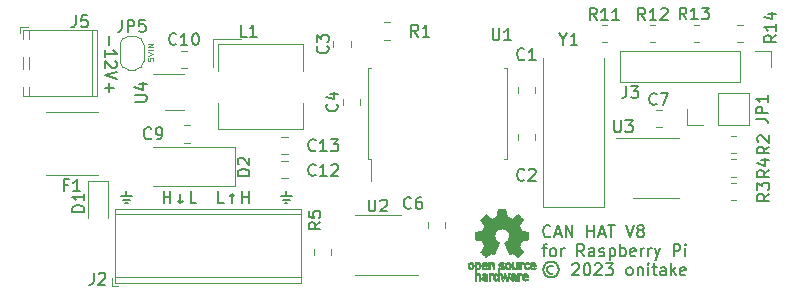
<source format=gto>
%TF.GenerationSoftware,KiCad,Pcbnew,7.0.6*%
%TF.CreationDate,2023-08-14T14:17:20+01:00*%
%TF.ProjectId,canhat,63616e68-6174-42e6-9b69-6361645f7063,8*%
%TF.SameCoordinates,Original*%
%TF.FileFunction,Legend,Top*%
%TF.FilePolarity,Positive*%
%FSLAX46Y46*%
G04 Gerber Fmt 4.6, Leading zero omitted, Abs format (unit mm)*
G04 Created by KiCad (PCBNEW 7.0.6) date 2023-08-14 14:17:20*
%MOMM*%
%LPD*%
G01*
G04 APERTURE LIST*
%ADD10C,0.150000*%
%ADD11C,0.100000*%
%ADD12C,0.200000*%
%ADD13C,0.120000*%
%ADD14C,0.010000*%
G04 APERTURE END LIST*
D10*
X48186133Y-58419048D02*
X48186133Y-59180953D01*
X47805180Y-60180952D02*
X47805180Y-59609524D01*
X47805180Y-59895238D02*
X48805180Y-59895238D01*
X48805180Y-59895238D02*
X48662323Y-59800000D01*
X48662323Y-59800000D02*
X48567085Y-59704762D01*
X48567085Y-59704762D02*
X48519466Y-59609524D01*
X48709942Y-60561905D02*
X48757561Y-60609524D01*
X48757561Y-60609524D02*
X48805180Y-60704762D01*
X48805180Y-60704762D02*
X48805180Y-60942857D01*
X48805180Y-60942857D02*
X48757561Y-61038095D01*
X48757561Y-61038095D02*
X48709942Y-61085714D01*
X48709942Y-61085714D02*
X48614704Y-61133333D01*
X48614704Y-61133333D02*
X48519466Y-61133333D01*
X48519466Y-61133333D02*
X48376609Y-61085714D01*
X48376609Y-61085714D02*
X47805180Y-60514286D01*
X47805180Y-60514286D02*
X47805180Y-61133333D01*
X48805180Y-61419048D02*
X47805180Y-61752381D01*
X47805180Y-61752381D02*
X48805180Y-62085714D01*
X48186133Y-62419048D02*
X48186133Y-63180953D01*
X47805180Y-62800000D02*
X48567085Y-62800000D01*
X49161904Y-71983390D02*
X50114285Y-71983390D01*
X49352380Y-72269104D02*
X49923808Y-72269104D01*
X49638094Y-71554819D02*
X49638094Y-71983390D01*
X49733332Y-72554819D02*
X49542856Y-72554819D01*
X52780952Y-72554819D02*
X52780952Y-71554819D01*
X52780952Y-72031009D02*
X53352380Y-72031009D01*
X53352380Y-72554819D02*
X53352380Y-71554819D01*
X54209523Y-71792914D02*
X54209523Y-72554819D01*
X54399999Y-72364342D02*
X54209523Y-72554819D01*
X54209523Y-72554819D02*
X54019047Y-72364342D01*
X55542856Y-72554819D02*
X55066666Y-72554819D01*
X55066666Y-72554819D02*
X55066666Y-71554819D01*
X57876190Y-72554819D02*
X57400000Y-72554819D01*
X57400000Y-72554819D02*
X57400000Y-71554819D01*
X58590476Y-72554819D02*
X58590476Y-71792914D01*
X58400000Y-71983390D02*
X58590476Y-71792914D01*
X58590476Y-71792914D02*
X58780952Y-71983390D01*
X59447619Y-72554819D02*
X59447619Y-71554819D01*
X59447619Y-72031009D02*
X60019047Y-72031009D01*
X60019047Y-72554819D02*
X60019047Y-71554819D01*
X62685715Y-71983390D02*
X63638096Y-71983390D01*
X62876191Y-72269104D02*
X63447619Y-72269104D01*
X63161905Y-71554819D02*
X63161905Y-71983390D01*
X63257143Y-72554819D02*
X63066667Y-72554819D01*
D11*
X51426109Y-60277068D02*
X51426109Y-60515163D01*
X51426109Y-60515163D02*
X51664204Y-60538972D01*
X51664204Y-60538972D02*
X51640395Y-60515163D01*
X51640395Y-60515163D02*
X51616585Y-60467544D01*
X51616585Y-60467544D02*
X51616585Y-60348496D01*
X51616585Y-60348496D02*
X51640395Y-60300877D01*
X51640395Y-60300877D02*
X51664204Y-60277068D01*
X51664204Y-60277068D02*
X51711823Y-60253258D01*
X51711823Y-60253258D02*
X51830871Y-60253258D01*
X51830871Y-60253258D02*
X51878490Y-60277068D01*
X51878490Y-60277068D02*
X51902300Y-60300877D01*
X51902300Y-60300877D02*
X51926109Y-60348496D01*
X51926109Y-60348496D02*
X51926109Y-60467544D01*
X51926109Y-60467544D02*
X51902300Y-60515163D01*
X51902300Y-60515163D02*
X51878490Y-60538972D01*
X51426109Y-60110401D02*
X51926109Y-59943735D01*
X51926109Y-59943735D02*
X51426109Y-59777068D01*
X51926109Y-59610402D02*
X51426109Y-59610402D01*
X51926109Y-59372307D02*
X51426109Y-59372307D01*
X51426109Y-59372307D02*
X51926109Y-59086593D01*
X51926109Y-59086593D02*
X51426109Y-59086593D01*
D12*
X85541101Y-75346980D02*
X85493482Y-75394600D01*
X85493482Y-75394600D02*
X85350625Y-75442219D01*
X85350625Y-75442219D02*
X85255387Y-75442219D01*
X85255387Y-75442219D02*
X85112530Y-75394600D01*
X85112530Y-75394600D02*
X85017292Y-75299361D01*
X85017292Y-75299361D02*
X84969673Y-75204123D01*
X84969673Y-75204123D02*
X84922054Y-75013647D01*
X84922054Y-75013647D02*
X84922054Y-74870790D01*
X84922054Y-74870790D02*
X84969673Y-74680314D01*
X84969673Y-74680314D02*
X85017292Y-74585076D01*
X85017292Y-74585076D02*
X85112530Y-74489838D01*
X85112530Y-74489838D02*
X85255387Y-74442219D01*
X85255387Y-74442219D02*
X85350625Y-74442219D01*
X85350625Y-74442219D02*
X85493482Y-74489838D01*
X85493482Y-74489838D02*
X85541101Y-74537457D01*
X85922054Y-75156504D02*
X86398244Y-75156504D01*
X85826816Y-75442219D02*
X86160149Y-74442219D01*
X86160149Y-74442219D02*
X86493482Y-75442219D01*
X86826816Y-75442219D02*
X86826816Y-74442219D01*
X86826816Y-74442219D02*
X87398244Y-75442219D01*
X87398244Y-75442219D02*
X87398244Y-74442219D01*
X88636340Y-75442219D02*
X88636340Y-74442219D01*
X88636340Y-74918409D02*
X89207768Y-74918409D01*
X89207768Y-75442219D02*
X89207768Y-74442219D01*
X89636340Y-75156504D02*
X90112530Y-75156504D01*
X89541102Y-75442219D02*
X89874435Y-74442219D01*
X89874435Y-74442219D02*
X90207768Y-75442219D01*
X90398245Y-74442219D02*
X90969673Y-74442219D01*
X90683959Y-75442219D02*
X90683959Y-74442219D01*
X91922055Y-74442219D02*
X92255388Y-75442219D01*
X92255388Y-75442219D02*
X92588721Y-74442219D01*
X93064912Y-74870790D02*
X92969674Y-74823171D01*
X92969674Y-74823171D02*
X92922055Y-74775552D01*
X92922055Y-74775552D02*
X92874436Y-74680314D01*
X92874436Y-74680314D02*
X92874436Y-74632695D01*
X92874436Y-74632695D02*
X92922055Y-74537457D01*
X92922055Y-74537457D02*
X92969674Y-74489838D01*
X92969674Y-74489838D02*
X93064912Y-74442219D01*
X93064912Y-74442219D02*
X93255388Y-74442219D01*
X93255388Y-74442219D02*
X93350626Y-74489838D01*
X93350626Y-74489838D02*
X93398245Y-74537457D01*
X93398245Y-74537457D02*
X93445864Y-74632695D01*
X93445864Y-74632695D02*
X93445864Y-74680314D01*
X93445864Y-74680314D02*
X93398245Y-74775552D01*
X93398245Y-74775552D02*
X93350626Y-74823171D01*
X93350626Y-74823171D02*
X93255388Y-74870790D01*
X93255388Y-74870790D02*
X93064912Y-74870790D01*
X93064912Y-74870790D02*
X92969674Y-74918409D01*
X92969674Y-74918409D02*
X92922055Y-74966028D01*
X92922055Y-74966028D02*
X92874436Y-75061266D01*
X92874436Y-75061266D02*
X92874436Y-75251742D01*
X92874436Y-75251742D02*
X92922055Y-75346980D01*
X92922055Y-75346980D02*
X92969674Y-75394600D01*
X92969674Y-75394600D02*
X93064912Y-75442219D01*
X93064912Y-75442219D02*
X93255388Y-75442219D01*
X93255388Y-75442219D02*
X93350626Y-75394600D01*
X93350626Y-75394600D02*
X93398245Y-75346980D01*
X93398245Y-75346980D02*
X93445864Y-75251742D01*
X93445864Y-75251742D02*
X93445864Y-75061266D01*
X93445864Y-75061266D02*
X93398245Y-74966028D01*
X93398245Y-74966028D02*
X93350626Y-74918409D01*
X93350626Y-74918409D02*
X93255388Y-74870790D01*
X84826816Y-76385552D02*
X85207768Y-76385552D01*
X84969673Y-77052219D02*
X84969673Y-76195076D01*
X84969673Y-76195076D02*
X85017292Y-76099838D01*
X85017292Y-76099838D02*
X85112530Y-76052219D01*
X85112530Y-76052219D02*
X85207768Y-76052219D01*
X85683959Y-77052219D02*
X85588721Y-77004600D01*
X85588721Y-77004600D02*
X85541102Y-76956980D01*
X85541102Y-76956980D02*
X85493483Y-76861742D01*
X85493483Y-76861742D02*
X85493483Y-76576028D01*
X85493483Y-76576028D02*
X85541102Y-76480790D01*
X85541102Y-76480790D02*
X85588721Y-76433171D01*
X85588721Y-76433171D02*
X85683959Y-76385552D01*
X85683959Y-76385552D02*
X85826816Y-76385552D01*
X85826816Y-76385552D02*
X85922054Y-76433171D01*
X85922054Y-76433171D02*
X85969673Y-76480790D01*
X85969673Y-76480790D02*
X86017292Y-76576028D01*
X86017292Y-76576028D02*
X86017292Y-76861742D01*
X86017292Y-76861742D02*
X85969673Y-76956980D01*
X85969673Y-76956980D02*
X85922054Y-77004600D01*
X85922054Y-77004600D02*
X85826816Y-77052219D01*
X85826816Y-77052219D02*
X85683959Y-77052219D01*
X86445864Y-77052219D02*
X86445864Y-76385552D01*
X86445864Y-76576028D02*
X86493483Y-76480790D01*
X86493483Y-76480790D02*
X86541102Y-76433171D01*
X86541102Y-76433171D02*
X86636340Y-76385552D01*
X86636340Y-76385552D02*
X86731578Y-76385552D01*
X88398245Y-77052219D02*
X88064912Y-76576028D01*
X87826817Y-77052219D02*
X87826817Y-76052219D01*
X87826817Y-76052219D02*
X88207769Y-76052219D01*
X88207769Y-76052219D02*
X88303007Y-76099838D01*
X88303007Y-76099838D02*
X88350626Y-76147457D01*
X88350626Y-76147457D02*
X88398245Y-76242695D01*
X88398245Y-76242695D02*
X88398245Y-76385552D01*
X88398245Y-76385552D02*
X88350626Y-76480790D01*
X88350626Y-76480790D02*
X88303007Y-76528409D01*
X88303007Y-76528409D02*
X88207769Y-76576028D01*
X88207769Y-76576028D02*
X87826817Y-76576028D01*
X89255388Y-77052219D02*
X89255388Y-76528409D01*
X89255388Y-76528409D02*
X89207769Y-76433171D01*
X89207769Y-76433171D02*
X89112531Y-76385552D01*
X89112531Y-76385552D02*
X88922055Y-76385552D01*
X88922055Y-76385552D02*
X88826817Y-76433171D01*
X89255388Y-77004600D02*
X89160150Y-77052219D01*
X89160150Y-77052219D02*
X88922055Y-77052219D01*
X88922055Y-77052219D02*
X88826817Y-77004600D01*
X88826817Y-77004600D02*
X88779198Y-76909361D01*
X88779198Y-76909361D02*
X88779198Y-76814123D01*
X88779198Y-76814123D02*
X88826817Y-76718885D01*
X88826817Y-76718885D02*
X88922055Y-76671266D01*
X88922055Y-76671266D02*
X89160150Y-76671266D01*
X89160150Y-76671266D02*
X89255388Y-76623647D01*
X89683960Y-77004600D02*
X89779198Y-77052219D01*
X89779198Y-77052219D02*
X89969674Y-77052219D01*
X89969674Y-77052219D02*
X90064912Y-77004600D01*
X90064912Y-77004600D02*
X90112531Y-76909361D01*
X90112531Y-76909361D02*
X90112531Y-76861742D01*
X90112531Y-76861742D02*
X90064912Y-76766504D01*
X90064912Y-76766504D02*
X89969674Y-76718885D01*
X89969674Y-76718885D02*
X89826817Y-76718885D01*
X89826817Y-76718885D02*
X89731579Y-76671266D01*
X89731579Y-76671266D02*
X89683960Y-76576028D01*
X89683960Y-76576028D02*
X89683960Y-76528409D01*
X89683960Y-76528409D02*
X89731579Y-76433171D01*
X89731579Y-76433171D02*
X89826817Y-76385552D01*
X89826817Y-76385552D02*
X89969674Y-76385552D01*
X89969674Y-76385552D02*
X90064912Y-76433171D01*
X90541103Y-76385552D02*
X90541103Y-77385552D01*
X90541103Y-76433171D02*
X90636341Y-76385552D01*
X90636341Y-76385552D02*
X90826817Y-76385552D01*
X90826817Y-76385552D02*
X90922055Y-76433171D01*
X90922055Y-76433171D02*
X90969674Y-76480790D01*
X90969674Y-76480790D02*
X91017293Y-76576028D01*
X91017293Y-76576028D02*
X91017293Y-76861742D01*
X91017293Y-76861742D02*
X90969674Y-76956980D01*
X90969674Y-76956980D02*
X90922055Y-77004600D01*
X90922055Y-77004600D02*
X90826817Y-77052219D01*
X90826817Y-77052219D02*
X90636341Y-77052219D01*
X90636341Y-77052219D02*
X90541103Y-77004600D01*
X91445865Y-77052219D02*
X91445865Y-76052219D01*
X91445865Y-76433171D02*
X91541103Y-76385552D01*
X91541103Y-76385552D02*
X91731579Y-76385552D01*
X91731579Y-76385552D02*
X91826817Y-76433171D01*
X91826817Y-76433171D02*
X91874436Y-76480790D01*
X91874436Y-76480790D02*
X91922055Y-76576028D01*
X91922055Y-76576028D02*
X91922055Y-76861742D01*
X91922055Y-76861742D02*
X91874436Y-76956980D01*
X91874436Y-76956980D02*
X91826817Y-77004600D01*
X91826817Y-77004600D02*
X91731579Y-77052219D01*
X91731579Y-77052219D02*
X91541103Y-77052219D01*
X91541103Y-77052219D02*
X91445865Y-77004600D01*
X92731579Y-77004600D02*
X92636341Y-77052219D01*
X92636341Y-77052219D02*
X92445865Y-77052219D01*
X92445865Y-77052219D02*
X92350627Y-77004600D01*
X92350627Y-77004600D02*
X92303008Y-76909361D01*
X92303008Y-76909361D02*
X92303008Y-76528409D01*
X92303008Y-76528409D02*
X92350627Y-76433171D01*
X92350627Y-76433171D02*
X92445865Y-76385552D01*
X92445865Y-76385552D02*
X92636341Y-76385552D01*
X92636341Y-76385552D02*
X92731579Y-76433171D01*
X92731579Y-76433171D02*
X92779198Y-76528409D01*
X92779198Y-76528409D02*
X92779198Y-76623647D01*
X92779198Y-76623647D02*
X92303008Y-76718885D01*
X93207770Y-77052219D02*
X93207770Y-76385552D01*
X93207770Y-76576028D02*
X93255389Y-76480790D01*
X93255389Y-76480790D02*
X93303008Y-76433171D01*
X93303008Y-76433171D02*
X93398246Y-76385552D01*
X93398246Y-76385552D02*
X93493484Y-76385552D01*
X93826818Y-77052219D02*
X93826818Y-76385552D01*
X93826818Y-76576028D02*
X93874437Y-76480790D01*
X93874437Y-76480790D02*
X93922056Y-76433171D01*
X93922056Y-76433171D02*
X94017294Y-76385552D01*
X94017294Y-76385552D02*
X94112532Y-76385552D01*
X94350628Y-76385552D02*
X94588723Y-77052219D01*
X94826818Y-76385552D02*
X94588723Y-77052219D01*
X94588723Y-77052219D02*
X94493485Y-77290314D01*
X94493485Y-77290314D02*
X94445866Y-77337933D01*
X94445866Y-77337933D02*
X94350628Y-77385552D01*
X95969676Y-77052219D02*
X95969676Y-76052219D01*
X95969676Y-76052219D02*
X96350628Y-76052219D01*
X96350628Y-76052219D02*
X96445866Y-76099838D01*
X96445866Y-76099838D02*
X96493485Y-76147457D01*
X96493485Y-76147457D02*
X96541104Y-76242695D01*
X96541104Y-76242695D02*
X96541104Y-76385552D01*
X96541104Y-76385552D02*
X96493485Y-76480790D01*
X96493485Y-76480790D02*
X96445866Y-76528409D01*
X96445866Y-76528409D02*
X96350628Y-76576028D01*
X96350628Y-76576028D02*
X95969676Y-76576028D01*
X96969676Y-77052219D02*
X96969676Y-76385552D01*
X96969676Y-76052219D02*
X96922057Y-76099838D01*
X96922057Y-76099838D02*
X96969676Y-76147457D01*
X96969676Y-76147457D02*
X97017295Y-76099838D01*
X97017295Y-76099838D02*
X96969676Y-76052219D01*
X96969676Y-76052219D02*
X96969676Y-76147457D01*
X85779197Y-77900314D02*
X85683958Y-77852695D01*
X85683958Y-77852695D02*
X85493482Y-77852695D01*
X85493482Y-77852695D02*
X85398244Y-77900314D01*
X85398244Y-77900314D02*
X85303006Y-77995552D01*
X85303006Y-77995552D02*
X85255387Y-78090790D01*
X85255387Y-78090790D02*
X85255387Y-78281266D01*
X85255387Y-78281266D02*
X85303006Y-78376504D01*
X85303006Y-78376504D02*
X85398244Y-78471742D01*
X85398244Y-78471742D02*
X85493482Y-78519361D01*
X85493482Y-78519361D02*
X85683958Y-78519361D01*
X85683958Y-78519361D02*
X85779197Y-78471742D01*
X85588720Y-77519361D02*
X85350625Y-77566980D01*
X85350625Y-77566980D02*
X85112530Y-77709838D01*
X85112530Y-77709838D02*
X84969673Y-77947933D01*
X84969673Y-77947933D02*
X84922054Y-78186028D01*
X84922054Y-78186028D02*
X84969673Y-78424123D01*
X84969673Y-78424123D02*
X85112530Y-78662219D01*
X85112530Y-78662219D02*
X85350625Y-78805076D01*
X85350625Y-78805076D02*
X85588720Y-78852695D01*
X85588720Y-78852695D02*
X85826816Y-78805076D01*
X85826816Y-78805076D02*
X86064911Y-78662219D01*
X86064911Y-78662219D02*
X86207768Y-78424123D01*
X86207768Y-78424123D02*
X86255387Y-78186028D01*
X86255387Y-78186028D02*
X86207768Y-77947933D01*
X86207768Y-77947933D02*
X86064911Y-77709838D01*
X86064911Y-77709838D02*
X85826816Y-77566980D01*
X85826816Y-77566980D02*
X85588720Y-77519361D01*
X87398245Y-77757457D02*
X87445864Y-77709838D01*
X87445864Y-77709838D02*
X87541102Y-77662219D01*
X87541102Y-77662219D02*
X87779197Y-77662219D01*
X87779197Y-77662219D02*
X87874435Y-77709838D01*
X87874435Y-77709838D02*
X87922054Y-77757457D01*
X87922054Y-77757457D02*
X87969673Y-77852695D01*
X87969673Y-77852695D02*
X87969673Y-77947933D01*
X87969673Y-77947933D02*
X87922054Y-78090790D01*
X87922054Y-78090790D02*
X87350626Y-78662219D01*
X87350626Y-78662219D02*
X87969673Y-78662219D01*
X88588721Y-77662219D02*
X88683959Y-77662219D01*
X88683959Y-77662219D02*
X88779197Y-77709838D01*
X88779197Y-77709838D02*
X88826816Y-77757457D01*
X88826816Y-77757457D02*
X88874435Y-77852695D01*
X88874435Y-77852695D02*
X88922054Y-78043171D01*
X88922054Y-78043171D02*
X88922054Y-78281266D01*
X88922054Y-78281266D02*
X88874435Y-78471742D01*
X88874435Y-78471742D02*
X88826816Y-78566980D01*
X88826816Y-78566980D02*
X88779197Y-78614600D01*
X88779197Y-78614600D02*
X88683959Y-78662219D01*
X88683959Y-78662219D02*
X88588721Y-78662219D01*
X88588721Y-78662219D02*
X88493483Y-78614600D01*
X88493483Y-78614600D02*
X88445864Y-78566980D01*
X88445864Y-78566980D02*
X88398245Y-78471742D01*
X88398245Y-78471742D02*
X88350626Y-78281266D01*
X88350626Y-78281266D02*
X88350626Y-78043171D01*
X88350626Y-78043171D02*
X88398245Y-77852695D01*
X88398245Y-77852695D02*
X88445864Y-77757457D01*
X88445864Y-77757457D02*
X88493483Y-77709838D01*
X88493483Y-77709838D02*
X88588721Y-77662219D01*
X89303007Y-77757457D02*
X89350626Y-77709838D01*
X89350626Y-77709838D02*
X89445864Y-77662219D01*
X89445864Y-77662219D02*
X89683959Y-77662219D01*
X89683959Y-77662219D02*
X89779197Y-77709838D01*
X89779197Y-77709838D02*
X89826816Y-77757457D01*
X89826816Y-77757457D02*
X89874435Y-77852695D01*
X89874435Y-77852695D02*
X89874435Y-77947933D01*
X89874435Y-77947933D02*
X89826816Y-78090790D01*
X89826816Y-78090790D02*
X89255388Y-78662219D01*
X89255388Y-78662219D02*
X89874435Y-78662219D01*
X90207769Y-77662219D02*
X90826816Y-77662219D01*
X90826816Y-77662219D02*
X90493483Y-78043171D01*
X90493483Y-78043171D02*
X90636340Y-78043171D01*
X90636340Y-78043171D02*
X90731578Y-78090790D01*
X90731578Y-78090790D02*
X90779197Y-78138409D01*
X90779197Y-78138409D02*
X90826816Y-78233647D01*
X90826816Y-78233647D02*
X90826816Y-78471742D01*
X90826816Y-78471742D02*
X90779197Y-78566980D01*
X90779197Y-78566980D02*
X90731578Y-78614600D01*
X90731578Y-78614600D02*
X90636340Y-78662219D01*
X90636340Y-78662219D02*
X90350626Y-78662219D01*
X90350626Y-78662219D02*
X90255388Y-78614600D01*
X90255388Y-78614600D02*
X90207769Y-78566980D01*
X92160150Y-78662219D02*
X92064912Y-78614600D01*
X92064912Y-78614600D02*
X92017293Y-78566980D01*
X92017293Y-78566980D02*
X91969674Y-78471742D01*
X91969674Y-78471742D02*
X91969674Y-78186028D01*
X91969674Y-78186028D02*
X92017293Y-78090790D01*
X92017293Y-78090790D02*
X92064912Y-78043171D01*
X92064912Y-78043171D02*
X92160150Y-77995552D01*
X92160150Y-77995552D02*
X92303007Y-77995552D01*
X92303007Y-77995552D02*
X92398245Y-78043171D01*
X92398245Y-78043171D02*
X92445864Y-78090790D01*
X92445864Y-78090790D02*
X92493483Y-78186028D01*
X92493483Y-78186028D02*
X92493483Y-78471742D01*
X92493483Y-78471742D02*
X92445864Y-78566980D01*
X92445864Y-78566980D02*
X92398245Y-78614600D01*
X92398245Y-78614600D02*
X92303007Y-78662219D01*
X92303007Y-78662219D02*
X92160150Y-78662219D01*
X92922055Y-77995552D02*
X92922055Y-78662219D01*
X92922055Y-78090790D02*
X92969674Y-78043171D01*
X92969674Y-78043171D02*
X93064912Y-77995552D01*
X93064912Y-77995552D02*
X93207769Y-77995552D01*
X93207769Y-77995552D02*
X93303007Y-78043171D01*
X93303007Y-78043171D02*
X93350626Y-78138409D01*
X93350626Y-78138409D02*
X93350626Y-78662219D01*
X93826817Y-78662219D02*
X93826817Y-77995552D01*
X93826817Y-77662219D02*
X93779198Y-77709838D01*
X93779198Y-77709838D02*
X93826817Y-77757457D01*
X93826817Y-77757457D02*
X93874436Y-77709838D01*
X93874436Y-77709838D02*
X93826817Y-77662219D01*
X93826817Y-77662219D02*
X93826817Y-77757457D01*
X94160150Y-77995552D02*
X94541102Y-77995552D01*
X94303007Y-77662219D02*
X94303007Y-78519361D01*
X94303007Y-78519361D02*
X94350626Y-78614600D01*
X94350626Y-78614600D02*
X94445864Y-78662219D01*
X94445864Y-78662219D02*
X94541102Y-78662219D01*
X95303007Y-78662219D02*
X95303007Y-78138409D01*
X95303007Y-78138409D02*
X95255388Y-78043171D01*
X95255388Y-78043171D02*
X95160150Y-77995552D01*
X95160150Y-77995552D02*
X94969674Y-77995552D01*
X94969674Y-77995552D02*
X94874436Y-78043171D01*
X95303007Y-78614600D02*
X95207769Y-78662219D01*
X95207769Y-78662219D02*
X94969674Y-78662219D01*
X94969674Y-78662219D02*
X94874436Y-78614600D01*
X94874436Y-78614600D02*
X94826817Y-78519361D01*
X94826817Y-78519361D02*
X94826817Y-78424123D01*
X94826817Y-78424123D02*
X94874436Y-78328885D01*
X94874436Y-78328885D02*
X94969674Y-78281266D01*
X94969674Y-78281266D02*
X95207769Y-78281266D01*
X95207769Y-78281266D02*
X95303007Y-78233647D01*
X95779198Y-78662219D02*
X95779198Y-77662219D01*
X95874436Y-78281266D02*
X96160150Y-78662219D01*
X96160150Y-77995552D02*
X95779198Y-78376504D01*
X96969674Y-78614600D02*
X96874436Y-78662219D01*
X96874436Y-78662219D02*
X96683960Y-78662219D01*
X96683960Y-78662219D02*
X96588722Y-78614600D01*
X96588722Y-78614600D02*
X96541103Y-78519361D01*
X96541103Y-78519361D02*
X96541103Y-78138409D01*
X96541103Y-78138409D02*
X96588722Y-78043171D01*
X96588722Y-78043171D02*
X96683960Y-77995552D01*
X96683960Y-77995552D02*
X96874436Y-77995552D01*
X96874436Y-77995552D02*
X96969674Y-78043171D01*
X96969674Y-78043171D02*
X97017293Y-78138409D01*
X97017293Y-78138409D02*
X97017293Y-78233647D01*
X97017293Y-78233647D02*
X96541103Y-78328885D01*
D10*
X104054819Y-71766666D02*
X103578628Y-72099999D01*
X104054819Y-72338094D02*
X103054819Y-72338094D01*
X103054819Y-72338094D02*
X103054819Y-71957142D01*
X103054819Y-71957142D02*
X103102438Y-71861904D01*
X103102438Y-71861904D02*
X103150057Y-71814285D01*
X103150057Y-71814285D02*
X103245295Y-71766666D01*
X103245295Y-71766666D02*
X103388152Y-71766666D01*
X103388152Y-71766666D02*
X103483390Y-71814285D01*
X103483390Y-71814285D02*
X103531009Y-71861904D01*
X103531009Y-71861904D02*
X103578628Y-71957142D01*
X103578628Y-71957142D02*
X103578628Y-72338094D01*
X103054819Y-71433332D02*
X103054819Y-70814285D01*
X103054819Y-70814285D02*
X103435771Y-71147618D01*
X103435771Y-71147618D02*
X103435771Y-71004761D01*
X103435771Y-71004761D02*
X103483390Y-70909523D01*
X103483390Y-70909523D02*
X103531009Y-70861904D01*
X103531009Y-70861904D02*
X103626247Y-70814285D01*
X103626247Y-70814285D02*
X103864342Y-70814285D01*
X103864342Y-70814285D02*
X103959580Y-70861904D01*
X103959580Y-70861904D02*
X104007200Y-70909523D01*
X104007200Y-70909523D02*
X104054819Y-71004761D01*
X104054819Y-71004761D02*
X104054819Y-71290475D01*
X104054819Y-71290475D02*
X104007200Y-71385713D01*
X104007200Y-71385713D02*
X103959580Y-71433332D01*
X104054819Y-69766666D02*
X103578628Y-70099999D01*
X104054819Y-70338094D02*
X103054819Y-70338094D01*
X103054819Y-70338094D02*
X103054819Y-69957142D01*
X103054819Y-69957142D02*
X103102438Y-69861904D01*
X103102438Y-69861904D02*
X103150057Y-69814285D01*
X103150057Y-69814285D02*
X103245295Y-69766666D01*
X103245295Y-69766666D02*
X103388152Y-69766666D01*
X103388152Y-69766666D02*
X103483390Y-69814285D01*
X103483390Y-69814285D02*
X103531009Y-69861904D01*
X103531009Y-69861904D02*
X103578628Y-69957142D01*
X103578628Y-69957142D02*
X103578628Y-70338094D01*
X103388152Y-68909523D02*
X104054819Y-68909523D01*
X103007200Y-69147618D02*
X103721485Y-69385713D01*
X103721485Y-69385713D02*
X103721485Y-68766666D01*
X83333333Y-60359580D02*
X83285714Y-60407200D01*
X83285714Y-60407200D02*
X83142857Y-60454819D01*
X83142857Y-60454819D02*
X83047619Y-60454819D01*
X83047619Y-60454819D02*
X82904762Y-60407200D01*
X82904762Y-60407200D02*
X82809524Y-60311961D01*
X82809524Y-60311961D02*
X82761905Y-60216723D01*
X82761905Y-60216723D02*
X82714286Y-60026247D01*
X82714286Y-60026247D02*
X82714286Y-59883390D01*
X82714286Y-59883390D02*
X82761905Y-59692914D01*
X82761905Y-59692914D02*
X82809524Y-59597676D01*
X82809524Y-59597676D02*
X82904762Y-59502438D01*
X82904762Y-59502438D02*
X83047619Y-59454819D01*
X83047619Y-59454819D02*
X83142857Y-59454819D01*
X83142857Y-59454819D02*
X83285714Y-59502438D01*
X83285714Y-59502438D02*
X83333333Y-59550057D01*
X84285714Y-60454819D02*
X83714286Y-60454819D01*
X84000000Y-60454819D02*
X84000000Y-59454819D01*
X84000000Y-59454819D02*
X83904762Y-59597676D01*
X83904762Y-59597676D02*
X83809524Y-59692914D01*
X83809524Y-59692914D02*
X83714286Y-59740533D01*
X73733333Y-72959580D02*
X73685714Y-73007200D01*
X73685714Y-73007200D02*
X73542857Y-73054819D01*
X73542857Y-73054819D02*
X73447619Y-73054819D01*
X73447619Y-73054819D02*
X73304762Y-73007200D01*
X73304762Y-73007200D02*
X73209524Y-72911961D01*
X73209524Y-72911961D02*
X73161905Y-72816723D01*
X73161905Y-72816723D02*
X73114286Y-72626247D01*
X73114286Y-72626247D02*
X73114286Y-72483390D01*
X73114286Y-72483390D02*
X73161905Y-72292914D01*
X73161905Y-72292914D02*
X73209524Y-72197676D01*
X73209524Y-72197676D02*
X73304762Y-72102438D01*
X73304762Y-72102438D02*
X73447619Y-72054819D01*
X73447619Y-72054819D02*
X73542857Y-72054819D01*
X73542857Y-72054819D02*
X73685714Y-72102438D01*
X73685714Y-72102438D02*
X73733333Y-72150057D01*
X74590476Y-72054819D02*
X74400000Y-72054819D01*
X74400000Y-72054819D02*
X74304762Y-72102438D01*
X74304762Y-72102438D02*
X74257143Y-72150057D01*
X74257143Y-72150057D02*
X74161905Y-72292914D01*
X74161905Y-72292914D02*
X74114286Y-72483390D01*
X74114286Y-72483390D02*
X74114286Y-72864342D01*
X74114286Y-72864342D02*
X74161905Y-72959580D01*
X74161905Y-72959580D02*
X74209524Y-73007200D01*
X74209524Y-73007200D02*
X74304762Y-73054819D01*
X74304762Y-73054819D02*
X74495238Y-73054819D01*
X74495238Y-73054819D02*
X74590476Y-73007200D01*
X74590476Y-73007200D02*
X74638095Y-72959580D01*
X74638095Y-72959580D02*
X74685714Y-72864342D01*
X74685714Y-72864342D02*
X74685714Y-72626247D01*
X74685714Y-72626247D02*
X74638095Y-72531009D01*
X74638095Y-72531009D02*
X74590476Y-72483390D01*
X74590476Y-72483390D02*
X74495238Y-72435771D01*
X74495238Y-72435771D02*
X74304762Y-72435771D01*
X74304762Y-72435771D02*
X74209524Y-72483390D01*
X74209524Y-72483390D02*
X74161905Y-72531009D01*
X74161905Y-72531009D02*
X74114286Y-72626247D01*
X74333333Y-58454819D02*
X74000000Y-57978628D01*
X73761905Y-58454819D02*
X73761905Y-57454819D01*
X73761905Y-57454819D02*
X74142857Y-57454819D01*
X74142857Y-57454819D02*
X74238095Y-57502438D01*
X74238095Y-57502438D02*
X74285714Y-57550057D01*
X74285714Y-57550057D02*
X74333333Y-57645295D01*
X74333333Y-57645295D02*
X74333333Y-57788152D01*
X74333333Y-57788152D02*
X74285714Y-57883390D01*
X74285714Y-57883390D02*
X74238095Y-57931009D01*
X74238095Y-57931009D02*
X74142857Y-57978628D01*
X74142857Y-57978628D02*
X73761905Y-57978628D01*
X75285714Y-58454819D02*
X74714286Y-58454819D01*
X75000000Y-58454819D02*
X75000000Y-57454819D01*
X75000000Y-57454819D02*
X74904762Y-57597676D01*
X74904762Y-57597676D02*
X74809524Y-57692914D01*
X74809524Y-57692914D02*
X74714286Y-57740533D01*
X80638095Y-57754819D02*
X80638095Y-58564342D01*
X80638095Y-58564342D02*
X80685714Y-58659580D01*
X80685714Y-58659580D02*
X80733333Y-58707200D01*
X80733333Y-58707200D02*
X80828571Y-58754819D01*
X80828571Y-58754819D02*
X81019047Y-58754819D01*
X81019047Y-58754819D02*
X81114285Y-58707200D01*
X81114285Y-58707200D02*
X81161904Y-58659580D01*
X81161904Y-58659580D02*
X81209523Y-58564342D01*
X81209523Y-58564342D02*
X81209523Y-57754819D01*
X82209523Y-58754819D02*
X81638095Y-58754819D01*
X81923809Y-58754819D02*
X81923809Y-57754819D01*
X81923809Y-57754819D02*
X81828571Y-57897676D01*
X81828571Y-57897676D02*
X81733333Y-57992914D01*
X81733333Y-57992914D02*
X81638095Y-58040533D01*
X70138095Y-72254819D02*
X70138095Y-73064342D01*
X70138095Y-73064342D02*
X70185714Y-73159580D01*
X70185714Y-73159580D02*
X70233333Y-73207200D01*
X70233333Y-73207200D02*
X70328571Y-73254819D01*
X70328571Y-73254819D02*
X70519047Y-73254819D01*
X70519047Y-73254819D02*
X70614285Y-73207200D01*
X70614285Y-73207200D02*
X70661904Y-73159580D01*
X70661904Y-73159580D02*
X70709523Y-73064342D01*
X70709523Y-73064342D02*
X70709523Y-72254819D01*
X71138095Y-72350057D02*
X71185714Y-72302438D01*
X71185714Y-72302438D02*
X71280952Y-72254819D01*
X71280952Y-72254819D02*
X71519047Y-72254819D01*
X71519047Y-72254819D02*
X71614285Y-72302438D01*
X71614285Y-72302438D02*
X71661904Y-72350057D01*
X71661904Y-72350057D02*
X71709523Y-72445295D01*
X71709523Y-72445295D02*
X71709523Y-72540533D01*
X71709523Y-72540533D02*
X71661904Y-72683390D01*
X71661904Y-72683390D02*
X71090476Y-73254819D01*
X71090476Y-73254819D02*
X71709523Y-73254819D01*
X94533333Y-64159580D02*
X94485714Y-64207200D01*
X94485714Y-64207200D02*
X94342857Y-64254819D01*
X94342857Y-64254819D02*
X94247619Y-64254819D01*
X94247619Y-64254819D02*
X94104762Y-64207200D01*
X94104762Y-64207200D02*
X94009524Y-64111961D01*
X94009524Y-64111961D02*
X93961905Y-64016723D01*
X93961905Y-64016723D02*
X93914286Y-63826247D01*
X93914286Y-63826247D02*
X93914286Y-63683390D01*
X93914286Y-63683390D02*
X93961905Y-63492914D01*
X93961905Y-63492914D02*
X94009524Y-63397676D01*
X94009524Y-63397676D02*
X94104762Y-63302438D01*
X94104762Y-63302438D02*
X94247619Y-63254819D01*
X94247619Y-63254819D02*
X94342857Y-63254819D01*
X94342857Y-63254819D02*
X94485714Y-63302438D01*
X94485714Y-63302438D02*
X94533333Y-63350057D01*
X94866667Y-63254819D02*
X95533333Y-63254819D01*
X95533333Y-63254819D02*
X95104762Y-64254819D01*
X102954819Y-65433333D02*
X103669104Y-65433333D01*
X103669104Y-65433333D02*
X103811961Y-65480952D01*
X103811961Y-65480952D02*
X103907200Y-65576190D01*
X103907200Y-65576190D02*
X103954819Y-65719047D01*
X103954819Y-65719047D02*
X103954819Y-65814285D01*
X103954819Y-64957142D02*
X102954819Y-64957142D01*
X102954819Y-64957142D02*
X102954819Y-64576190D01*
X102954819Y-64576190D02*
X103002438Y-64480952D01*
X103002438Y-64480952D02*
X103050057Y-64433333D01*
X103050057Y-64433333D02*
X103145295Y-64385714D01*
X103145295Y-64385714D02*
X103288152Y-64385714D01*
X103288152Y-64385714D02*
X103383390Y-64433333D01*
X103383390Y-64433333D02*
X103431009Y-64480952D01*
X103431009Y-64480952D02*
X103478628Y-64576190D01*
X103478628Y-64576190D02*
X103478628Y-64957142D01*
X103954819Y-63433333D02*
X103954819Y-64004761D01*
X103954819Y-63719047D02*
X102954819Y-63719047D01*
X102954819Y-63719047D02*
X103097676Y-63814285D01*
X103097676Y-63814285D02*
X103192914Y-63909523D01*
X103192914Y-63909523D02*
X103240533Y-64004761D01*
X104054819Y-67766666D02*
X103578628Y-68099999D01*
X104054819Y-68338094D02*
X103054819Y-68338094D01*
X103054819Y-68338094D02*
X103054819Y-67957142D01*
X103054819Y-67957142D02*
X103102438Y-67861904D01*
X103102438Y-67861904D02*
X103150057Y-67814285D01*
X103150057Y-67814285D02*
X103245295Y-67766666D01*
X103245295Y-67766666D02*
X103388152Y-67766666D01*
X103388152Y-67766666D02*
X103483390Y-67814285D01*
X103483390Y-67814285D02*
X103531009Y-67861904D01*
X103531009Y-67861904D02*
X103578628Y-67957142D01*
X103578628Y-67957142D02*
X103578628Y-68338094D01*
X103150057Y-67385713D02*
X103102438Y-67338094D01*
X103102438Y-67338094D02*
X103054819Y-67242856D01*
X103054819Y-67242856D02*
X103054819Y-67004761D01*
X103054819Y-67004761D02*
X103102438Y-66909523D01*
X103102438Y-66909523D02*
X103150057Y-66861904D01*
X103150057Y-66861904D02*
X103245295Y-66814285D01*
X103245295Y-66814285D02*
X103340533Y-66814285D01*
X103340533Y-66814285D02*
X103483390Y-66861904D01*
X103483390Y-66861904D02*
X104054819Y-67433332D01*
X104054819Y-67433332D02*
X104054819Y-66814285D01*
X90938095Y-65554819D02*
X90938095Y-66364342D01*
X90938095Y-66364342D02*
X90985714Y-66459580D01*
X90985714Y-66459580D02*
X91033333Y-66507200D01*
X91033333Y-66507200D02*
X91128571Y-66554819D01*
X91128571Y-66554819D02*
X91319047Y-66554819D01*
X91319047Y-66554819D02*
X91414285Y-66507200D01*
X91414285Y-66507200D02*
X91461904Y-66459580D01*
X91461904Y-66459580D02*
X91509523Y-66364342D01*
X91509523Y-66364342D02*
X91509523Y-65554819D01*
X91890476Y-65554819D02*
X92509523Y-65554819D01*
X92509523Y-65554819D02*
X92176190Y-65935771D01*
X92176190Y-65935771D02*
X92319047Y-65935771D01*
X92319047Y-65935771D02*
X92414285Y-65983390D01*
X92414285Y-65983390D02*
X92461904Y-66031009D01*
X92461904Y-66031009D02*
X92509523Y-66126247D01*
X92509523Y-66126247D02*
X92509523Y-66364342D01*
X92509523Y-66364342D02*
X92461904Y-66459580D01*
X92461904Y-66459580D02*
X92414285Y-66507200D01*
X92414285Y-66507200D02*
X92319047Y-66554819D01*
X92319047Y-66554819D02*
X92033333Y-66554819D01*
X92033333Y-66554819D02*
X91938095Y-66507200D01*
X91938095Y-66507200D02*
X91890476Y-66459580D01*
X86623809Y-58678628D02*
X86623809Y-59154819D01*
X86290476Y-58154819D02*
X86623809Y-58678628D01*
X86623809Y-58678628D02*
X86957142Y-58154819D01*
X87814285Y-59154819D02*
X87242857Y-59154819D01*
X87528571Y-59154819D02*
X87528571Y-58154819D01*
X87528571Y-58154819D02*
X87433333Y-58297676D01*
X87433333Y-58297676D02*
X87338095Y-58392914D01*
X87338095Y-58392914D02*
X87242857Y-58440533D01*
X46866666Y-78454819D02*
X46866666Y-79169104D01*
X46866666Y-79169104D02*
X46819047Y-79311961D01*
X46819047Y-79311961D02*
X46723809Y-79407200D01*
X46723809Y-79407200D02*
X46580952Y-79454819D01*
X46580952Y-79454819D02*
X46485714Y-79454819D01*
X47295238Y-78550057D02*
X47342857Y-78502438D01*
X47342857Y-78502438D02*
X47438095Y-78454819D01*
X47438095Y-78454819D02*
X47676190Y-78454819D01*
X47676190Y-78454819D02*
X47771428Y-78502438D01*
X47771428Y-78502438D02*
X47819047Y-78550057D01*
X47819047Y-78550057D02*
X47866666Y-78645295D01*
X47866666Y-78645295D02*
X47866666Y-78740533D01*
X47866666Y-78740533D02*
X47819047Y-78883390D01*
X47819047Y-78883390D02*
X47247619Y-79454819D01*
X47247619Y-79454819D02*
X47866666Y-79454819D01*
X44666666Y-71031009D02*
X44333333Y-71031009D01*
X44333333Y-71554819D02*
X44333333Y-70554819D01*
X44333333Y-70554819D02*
X44809523Y-70554819D01*
X45714285Y-71554819D02*
X45142857Y-71554819D01*
X45428571Y-71554819D02*
X45428571Y-70554819D01*
X45428571Y-70554819D02*
X45333333Y-70697676D01*
X45333333Y-70697676D02*
X45238095Y-70792914D01*
X45238095Y-70792914D02*
X45142857Y-70840533D01*
X45366666Y-56654819D02*
X45366666Y-57369104D01*
X45366666Y-57369104D02*
X45319047Y-57511961D01*
X45319047Y-57511961D02*
X45223809Y-57607200D01*
X45223809Y-57607200D02*
X45080952Y-57654819D01*
X45080952Y-57654819D02*
X44985714Y-57654819D01*
X46319047Y-56654819D02*
X45842857Y-56654819D01*
X45842857Y-56654819D02*
X45795238Y-57131009D01*
X45795238Y-57131009D02*
X45842857Y-57083390D01*
X45842857Y-57083390D02*
X45938095Y-57035771D01*
X45938095Y-57035771D02*
X46176190Y-57035771D01*
X46176190Y-57035771D02*
X46271428Y-57083390D01*
X46271428Y-57083390D02*
X46319047Y-57131009D01*
X46319047Y-57131009D02*
X46366666Y-57226247D01*
X46366666Y-57226247D02*
X46366666Y-57464342D01*
X46366666Y-57464342D02*
X46319047Y-57559580D01*
X46319047Y-57559580D02*
X46271428Y-57607200D01*
X46271428Y-57607200D02*
X46176190Y-57654819D01*
X46176190Y-57654819D02*
X45938095Y-57654819D01*
X45938095Y-57654819D02*
X45842857Y-57607200D01*
X45842857Y-57607200D02*
X45795238Y-57559580D01*
X66659580Y-59266666D02*
X66707200Y-59314285D01*
X66707200Y-59314285D02*
X66754819Y-59457142D01*
X66754819Y-59457142D02*
X66754819Y-59552380D01*
X66754819Y-59552380D02*
X66707200Y-59695237D01*
X66707200Y-59695237D02*
X66611961Y-59790475D01*
X66611961Y-59790475D02*
X66516723Y-59838094D01*
X66516723Y-59838094D02*
X66326247Y-59885713D01*
X66326247Y-59885713D02*
X66183390Y-59885713D01*
X66183390Y-59885713D02*
X65992914Y-59838094D01*
X65992914Y-59838094D02*
X65897676Y-59790475D01*
X65897676Y-59790475D02*
X65802438Y-59695237D01*
X65802438Y-59695237D02*
X65754819Y-59552380D01*
X65754819Y-59552380D02*
X65754819Y-59457142D01*
X65754819Y-59457142D02*
X65802438Y-59314285D01*
X65802438Y-59314285D02*
X65850057Y-59266666D01*
X65754819Y-58933332D02*
X65754819Y-58314285D01*
X65754819Y-58314285D02*
X66135771Y-58647618D01*
X66135771Y-58647618D02*
X66135771Y-58504761D01*
X66135771Y-58504761D02*
X66183390Y-58409523D01*
X66183390Y-58409523D02*
X66231009Y-58361904D01*
X66231009Y-58361904D02*
X66326247Y-58314285D01*
X66326247Y-58314285D02*
X66564342Y-58314285D01*
X66564342Y-58314285D02*
X66659580Y-58361904D01*
X66659580Y-58361904D02*
X66707200Y-58409523D01*
X66707200Y-58409523D02*
X66754819Y-58504761D01*
X66754819Y-58504761D02*
X66754819Y-58790475D01*
X66754819Y-58790475D02*
X66707200Y-58885713D01*
X66707200Y-58885713D02*
X66659580Y-58933332D01*
X67459580Y-64166666D02*
X67507200Y-64214285D01*
X67507200Y-64214285D02*
X67554819Y-64357142D01*
X67554819Y-64357142D02*
X67554819Y-64452380D01*
X67554819Y-64452380D02*
X67507200Y-64595237D01*
X67507200Y-64595237D02*
X67411961Y-64690475D01*
X67411961Y-64690475D02*
X67316723Y-64738094D01*
X67316723Y-64738094D02*
X67126247Y-64785713D01*
X67126247Y-64785713D02*
X66983390Y-64785713D01*
X66983390Y-64785713D02*
X66792914Y-64738094D01*
X66792914Y-64738094D02*
X66697676Y-64690475D01*
X66697676Y-64690475D02*
X66602438Y-64595237D01*
X66602438Y-64595237D02*
X66554819Y-64452380D01*
X66554819Y-64452380D02*
X66554819Y-64357142D01*
X66554819Y-64357142D02*
X66602438Y-64214285D01*
X66602438Y-64214285D02*
X66650057Y-64166666D01*
X66888152Y-63309523D02*
X67554819Y-63309523D01*
X66507200Y-63547618D02*
X67221485Y-63785713D01*
X67221485Y-63785713D02*
X67221485Y-63166666D01*
X91966666Y-62654819D02*
X91966666Y-63369104D01*
X91966666Y-63369104D02*
X91919047Y-63511961D01*
X91919047Y-63511961D02*
X91823809Y-63607200D01*
X91823809Y-63607200D02*
X91680952Y-63654819D01*
X91680952Y-63654819D02*
X91585714Y-63654819D01*
X92347619Y-62654819D02*
X92966666Y-62654819D01*
X92966666Y-62654819D02*
X92633333Y-63035771D01*
X92633333Y-63035771D02*
X92776190Y-63035771D01*
X92776190Y-63035771D02*
X92871428Y-63083390D01*
X92871428Y-63083390D02*
X92919047Y-63131009D01*
X92919047Y-63131009D02*
X92966666Y-63226247D01*
X92966666Y-63226247D02*
X92966666Y-63464342D01*
X92966666Y-63464342D02*
X92919047Y-63559580D01*
X92919047Y-63559580D02*
X92871428Y-63607200D01*
X92871428Y-63607200D02*
X92776190Y-63654819D01*
X92776190Y-63654819D02*
X92490476Y-63654819D01*
X92490476Y-63654819D02*
X92395238Y-63607200D01*
X92395238Y-63607200D02*
X92347619Y-63559580D01*
X93557142Y-57054819D02*
X93223809Y-56578628D01*
X92985714Y-57054819D02*
X92985714Y-56054819D01*
X92985714Y-56054819D02*
X93366666Y-56054819D01*
X93366666Y-56054819D02*
X93461904Y-56102438D01*
X93461904Y-56102438D02*
X93509523Y-56150057D01*
X93509523Y-56150057D02*
X93557142Y-56245295D01*
X93557142Y-56245295D02*
X93557142Y-56388152D01*
X93557142Y-56388152D02*
X93509523Y-56483390D01*
X93509523Y-56483390D02*
X93461904Y-56531009D01*
X93461904Y-56531009D02*
X93366666Y-56578628D01*
X93366666Y-56578628D02*
X92985714Y-56578628D01*
X94509523Y-57054819D02*
X93938095Y-57054819D01*
X94223809Y-57054819D02*
X94223809Y-56054819D01*
X94223809Y-56054819D02*
X94128571Y-56197676D01*
X94128571Y-56197676D02*
X94033333Y-56292914D01*
X94033333Y-56292914D02*
X93938095Y-56340533D01*
X94890476Y-56150057D02*
X94938095Y-56102438D01*
X94938095Y-56102438D02*
X95033333Y-56054819D01*
X95033333Y-56054819D02*
X95271428Y-56054819D01*
X95271428Y-56054819D02*
X95366666Y-56102438D01*
X95366666Y-56102438D02*
X95414285Y-56150057D01*
X95414285Y-56150057D02*
X95461904Y-56245295D01*
X95461904Y-56245295D02*
X95461904Y-56340533D01*
X95461904Y-56340533D02*
X95414285Y-56483390D01*
X95414285Y-56483390D02*
X94842857Y-57054819D01*
X94842857Y-57054819D02*
X95461904Y-57054819D01*
X97057142Y-57004819D02*
X96723809Y-56528628D01*
X96485714Y-57004819D02*
X96485714Y-56004819D01*
X96485714Y-56004819D02*
X96866666Y-56004819D01*
X96866666Y-56004819D02*
X96961904Y-56052438D01*
X96961904Y-56052438D02*
X97009523Y-56100057D01*
X97009523Y-56100057D02*
X97057142Y-56195295D01*
X97057142Y-56195295D02*
X97057142Y-56338152D01*
X97057142Y-56338152D02*
X97009523Y-56433390D01*
X97009523Y-56433390D02*
X96961904Y-56481009D01*
X96961904Y-56481009D02*
X96866666Y-56528628D01*
X96866666Y-56528628D02*
X96485714Y-56528628D01*
X98009523Y-57004819D02*
X97438095Y-57004819D01*
X97723809Y-57004819D02*
X97723809Y-56004819D01*
X97723809Y-56004819D02*
X97628571Y-56147676D01*
X97628571Y-56147676D02*
X97533333Y-56242914D01*
X97533333Y-56242914D02*
X97438095Y-56290533D01*
X98342857Y-56004819D02*
X98961904Y-56004819D01*
X98961904Y-56004819D02*
X98628571Y-56385771D01*
X98628571Y-56385771D02*
X98771428Y-56385771D01*
X98771428Y-56385771D02*
X98866666Y-56433390D01*
X98866666Y-56433390D02*
X98914285Y-56481009D01*
X98914285Y-56481009D02*
X98961904Y-56576247D01*
X98961904Y-56576247D02*
X98961904Y-56814342D01*
X98961904Y-56814342D02*
X98914285Y-56909580D01*
X98914285Y-56909580D02*
X98866666Y-56957200D01*
X98866666Y-56957200D02*
X98771428Y-57004819D01*
X98771428Y-57004819D02*
X98485714Y-57004819D01*
X98485714Y-57004819D02*
X98390476Y-56957200D01*
X98390476Y-56957200D02*
X98342857Y-56909580D01*
X104654819Y-58342857D02*
X104178628Y-58676190D01*
X104654819Y-58914285D02*
X103654819Y-58914285D01*
X103654819Y-58914285D02*
X103654819Y-58533333D01*
X103654819Y-58533333D02*
X103702438Y-58438095D01*
X103702438Y-58438095D02*
X103750057Y-58390476D01*
X103750057Y-58390476D02*
X103845295Y-58342857D01*
X103845295Y-58342857D02*
X103988152Y-58342857D01*
X103988152Y-58342857D02*
X104083390Y-58390476D01*
X104083390Y-58390476D02*
X104131009Y-58438095D01*
X104131009Y-58438095D02*
X104178628Y-58533333D01*
X104178628Y-58533333D02*
X104178628Y-58914285D01*
X104654819Y-57390476D02*
X104654819Y-57961904D01*
X104654819Y-57676190D02*
X103654819Y-57676190D01*
X103654819Y-57676190D02*
X103797676Y-57771428D01*
X103797676Y-57771428D02*
X103892914Y-57866666D01*
X103892914Y-57866666D02*
X103940533Y-57961904D01*
X103988152Y-56533333D02*
X104654819Y-56533333D01*
X103607200Y-56771428D02*
X104321485Y-57009523D01*
X104321485Y-57009523D02*
X104321485Y-56390476D01*
X65657142Y-70159580D02*
X65609523Y-70207200D01*
X65609523Y-70207200D02*
X65466666Y-70254819D01*
X65466666Y-70254819D02*
X65371428Y-70254819D01*
X65371428Y-70254819D02*
X65228571Y-70207200D01*
X65228571Y-70207200D02*
X65133333Y-70111961D01*
X65133333Y-70111961D02*
X65085714Y-70016723D01*
X65085714Y-70016723D02*
X65038095Y-69826247D01*
X65038095Y-69826247D02*
X65038095Y-69683390D01*
X65038095Y-69683390D02*
X65085714Y-69492914D01*
X65085714Y-69492914D02*
X65133333Y-69397676D01*
X65133333Y-69397676D02*
X65228571Y-69302438D01*
X65228571Y-69302438D02*
X65371428Y-69254819D01*
X65371428Y-69254819D02*
X65466666Y-69254819D01*
X65466666Y-69254819D02*
X65609523Y-69302438D01*
X65609523Y-69302438D02*
X65657142Y-69350057D01*
X66609523Y-70254819D02*
X66038095Y-70254819D01*
X66323809Y-70254819D02*
X66323809Y-69254819D01*
X66323809Y-69254819D02*
X66228571Y-69397676D01*
X66228571Y-69397676D02*
X66133333Y-69492914D01*
X66133333Y-69492914D02*
X66038095Y-69540533D01*
X66990476Y-69350057D02*
X67038095Y-69302438D01*
X67038095Y-69302438D02*
X67133333Y-69254819D01*
X67133333Y-69254819D02*
X67371428Y-69254819D01*
X67371428Y-69254819D02*
X67466666Y-69302438D01*
X67466666Y-69302438D02*
X67514285Y-69350057D01*
X67514285Y-69350057D02*
X67561904Y-69445295D01*
X67561904Y-69445295D02*
X67561904Y-69540533D01*
X67561904Y-69540533D02*
X67514285Y-69683390D01*
X67514285Y-69683390D02*
X66942857Y-70254819D01*
X66942857Y-70254819D02*
X67561904Y-70254819D01*
X59808333Y-58454819D02*
X59332143Y-58454819D01*
X59332143Y-58454819D02*
X59332143Y-57454819D01*
X60665476Y-58454819D02*
X60094048Y-58454819D01*
X60379762Y-58454819D02*
X60379762Y-57454819D01*
X60379762Y-57454819D02*
X60284524Y-57597676D01*
X60284524Y-57597676D02*
X60189286Y-57692914D01*
X60189286Y-57692914D02*
X60094048Y-57740533D01*
X50354819Y-63961904D02*
X51164342Y-63961904D01*
X51164342Y-63961904D02*
X51259580Y-63914285D01*
X51259580Y-63914285D02*
X51307200Y-63866666D01*
X51307200Y-63866666D02*
X51354819Y-63771428D01*
X51354819Y-63771428D02*
X51354819Y-63580952D01*
X51354819Y-63580952D02*
X51307200Y-63485714D01*
X51307200Y-63485714D02*
X51259580Y-63438095D01*
X51259580Y-63438095D02*
X51164342Y-63390476D01*
X51164342Y-63390476D02*
X50354819Y-63390476D01*
X50688152Y-62485714D02*
X51354819Y-62485714D01*
X50307200Y-62723809D02*
X51021485Y-62961904D01*
X51021485Y-62961904D02*
X51021485Y-62342857D01*
X65657142Y-68059580D02*
X65609523Y-68107200D01*
X65609523Y-68107200D02*
X65466666Y-68154819D01*
X65466666Y-68154819D02*
X65371428Y-68154819D01*
X65371428Y-68154819D02*
X65228571Y-68107200D01*
X65228571Y-68107200D02*
X65133333Y-68011961D01*
X65133333Y-68011961D02*
X65085714Y-67916723D01*
X65085714Y-67916723D02*
X65038095Y-67726247D01*
X65038095Y-67726247D02*
X65038095Y-67583390D01*
X65038095Y-67583390D02*
X65085714Y-67392914D01*
X65085714Y-67392914D02*
X65133333Y-67297676D01*
X65133333Y-67297676D02*
X65228571Y-67202438D01*
X65228571Y-67202438D02*
X65371428Y-67154819D01*
X65371428Y-67154819D02*
X65466666Y-67154819D01*
X65466666Y-67154819D02*
X65609523Y-67202438D01*
X65609523Y-67202438D02*
X65657142Y-67250057D01*
X66609523Y-68154819D02*
X66038095Y-68154819D01*
X66323809Y-68154819D02*
X66323809Y-67154819D01*
X66323809Y-67154819D02*
X66228571Y-67297676D01*
X66228571Y-67297676D02*
X66133333Y-67392914D01*
X66133333Y-67392914D02*
X66038095Y-67440533D01*
X66942857Y-67154819D02*
X67561904Y-67154819D01*
X67561904Y-67154819D02*
X67228571Y-67535771D01*
X67228571Y-67535771D02*
X67371428Y-67535771D01*
X67371428Y-67535771D02*
X67466666Y-67583390D01*
X67466666Y-67583390D02*
X67514285Y-67631009D01*
X67514285Y-67631009D02*
X67561904Y-67726247D01*
X67561904Y-67726247D02*
X67561904Y-67964342D01*
X67561904Y-67964342D02*
X67514285Y-68059580D01*
X67514285Y-68059580D02*
X67466666Y-68107200D01*
X67466666Y-68107200D02*
X67371428Y-68154819D01*
X67371428Y-68154819D02*
X67085714Y-68154819D01*
X67085714Y-68154819D02*
X66990476Y-68107200D01*
X66990476Y-68107200D02*
X66942857Y-68059580D01*
X60054819Y-70238094D02*
X59054819Y-70238094D01*
X59054819Y-70238094D02*
X59054819Y-69999999D01*
X59054819Y-69999999D02*
X59102438Y-69857142D01*
X59102438Y-69857142D02*
X59197676Y-69761904D01*
X59197676Y-69761904D02*
X59292914Y-69714285D01*
X59292914Y-69714285D02*
X59483390Y-69666666D01*
X59483390Y-69666666D02*
X59626247Y-69666666D01*
X59626247Y-69666666D02*
X59816723Y-69714285D01*
X59816723Y-69714285D02*
X59911961Y-69761904D01*
X59911961Y-69761904D02*
X60007200Y-69857142D01*
X60007200Y-69857142D02*
X60054819Y-69999999D01*
X60054819Y-69999999D02*
X60054819Y-70238094D01*
X59150057Y-69285713D02*
X59102438Y-69238094D01*
X59102438Y-69238094D02*
X59054819Y-69142856D01*
X59054819Y-69142856D02*
X59054819Y-68904761D01*
X59054819Y-68904761D02*
X59102438Y-68809523D01*
X59102438Y-68809523D02*
X59150057Y-68761904D01*
X59150057Y-68761904D02*
X59245295Y-68714285D01*
X59245295Y-68714285D02*
X59340533Y-68714285D01*
X59340533Y-68714285D02*
X59483390Y-68761904D01*
X59483390Y-68761904D02*
X60054819Y-69333332D01*
X60054819Y-69333332D02*
X60054819Y-68714285D01*
X51733333Y-67059580D02*
X51685714Y-67107200D01*
X51685714Y-67107200D02*
X51542857Y-67154819D01*
X51542857Y-67154819D02*
X51447619Y-67154819D01*
X51447619Y-67154819D02*
X51304762Y-67107200D01*
X51304762Y-67107200D02*
X51209524Y-67011961D01*
X51209524Y-67011961D02*
X51161905Y-66916723D01*
X51161905Y-66916723D02*
X51114286Y-66726247D01*
X51114286Y-66726247D02*
X51114286Y-66583390D01*
X51114286Y-66583390D02*
X51161905Y-66392914D01*
X51161905Y-66392914D02*
X51209524Y-66297676D01*
X51209524Y-66297676D02*
X51304762Y-66202438D01*
X51304762Y-66202438D02*
X51447619Y-66154819D01*
X51447619Y-66154819D02*
X51542857Y-66154819D01*
X51542857Y-66154819D02*
X51685714Y-66202438D01*
X51685714Y-66202438D02*
X51733333Y-66250057D01*
X52209524Y-67154819D02*
X52400000Y-67154819D01*
X52400000Y-67154819D02*
X52495238Y-67107200D01*
X52495238Y-67107200D02*
X52542857Y-67059580D01*
X52542857Y-67059580D02*
X52638095Y-66916723D01*
X52638095Y-66916723D02*
X52685714Y-66726247D01*
X52685714Y-66726247D02*
X52685714Y-66345295D01*
X52685714Y-66345295D02*
X52638095Y-66250057D01*
X52638095Y-66250057D02*
X52590476Y-66202438D01*
X52590476Y-66202438D02*
X52495238Y-66154819D01*
X52495238Y-66154819D02*
X52304762Y-66154819D01*
X52304762Y-66154819D02*
X52209524Y-66202438D01*
X52209524Y-66202438D02*
X52161905Y-66250057D01*
X52161905Y-66250057D02*
X52114286Y-66345295D01*
X52114286Y-66345295D02*
X52114286Y-66583390D01*
X52114286Y-66583390D02*
X52161905Y-66678628D01*
X52161905Y-66678628D02*
X52209524Y-66726247D01*
X52209524Y-66726247D02*
X52304762Y-66773866D01*
X52304762Y-66773866D02*
X52495238Y-66773866D01*
X52495238Y-66773866D02*
X52590476Y-66726247D01*
X52590476Y-66726247D02*
X52638095Y-66678628D01*
X52638095Y-66678628D02*
X52685714Y-66583390D01*
X89457142Y-57054819D02*
X89123809Y-56578628D01*
X88885714Y-57054819D02*
X88885714Y-56054819D01*
X88885714Y-56054819D02*
X89266666Y-56054819D01*
X89266666Y-56054819D02*
X89361904Y-56102438D01*
X89361904Y-56102438D02*
X89409523Y-56150057D01*
X89409523Y-56150057D02*
X89457142Y-56245295D01*
X89457142Y-56245295D02*
X89457142Y-56388152D01*
X89457142Y-56388152D02*
X89409523Y-56483390D01*
X89409523Y-56483390D02*
X89361904Y-56531009D01*
X89361904Y-56531009D02*
X89266666Y-56578628D01*
X89266666Y-56578628D02*
X88885714Y-56578628D01*
X90409523Y-57054819D02*
X89838095Y-57054819D01*
X90123809Y-57054819D02*
X90123809Y-56054819D01*
X90123809Y-56054819D02*
X90028571Y-56197676D01*
X90028571Y-56197676D02*
X89933333Y-56292914D01*
X89933333Y-56292914D02*
X89838095Y-56340533D01*
X91361904Y-57054819D02*
X90790476Y-57054819D01*
X91076190Y-57054819D02*
X91076190Y-56054819D01*
X91076190Y-56054819D02*
X90980952Y-56197676D01*
X90980952Y-56197676D02*
X90885714Y-56292914D01*
X90885714Y-56292914D02*
X90790476Y-56340533D01*
X46054819Y-73288094D02*
X45054819Y-73288094D01*
X45054819Y-73288094D02*
X45054819Y-73049999D01*
X45054819Y-73049999D02*
X45102438Y-72907142D01*
X45102438Y-72907142D02*
X45197676Y-72811904D01*
X45197676Y-72811904D02*
X45292914Y-72764285D01*
X45292914Y-72764285D02*
X45483390Y-72716666D01*
X45483390Y-72716666D02*
X45626247Y-72716666D01*
X45626247Y-72716666D02*
X45816723Y-72764285D01*
X45816723Y-72764285D02*
X45911961Y-72811904D01*
X45911961Y-72811904D02*
X46007200Y-72907142D01*
X46007200Y-72907142D02*
X46054819Y-73049999D01*
X46054819Y-73049999D02*
X46054819Y-73288094D01*
X46054819Y-71764285D02*
X46054819Y-72335713D01*
X46054819Y-72049999D02*
X45054819Y-72049999D01*
X45054819Y-72049999D02*
X45197676Y-72145237D01*
X45197676Y-72145237D02*
X45292914Y-72240475D01*
X45292914Y-72240475D02*
X45340533Y-72335713D01*
X53857142Y-59079580D02*
X53809523Y-59127200D01*
X53809523Y-59127200D02*
X53666666Y-59174819D01*
X53666666Y-59174819D02*
X53571428Y-59174819D01*
X53571428Y-59174819D02*
X53428571Y-59127200D01*
X53428571Y-59127200D02*
X53333333Y-59031961D01*
X53333333Y-59031961D02*
X53285714Y-58936723D01*
X53285714Y-58936723D02*
X53238095Y-58746247D01*
X53238095Y-58746247D02*
X53238095Y-58603390D01*
X53238095Y-58603390D02*
X53285714Y-58412914D01*
X53285714Y-58412914D02*
X53333333Y-58317676D01*
X53333333Y-58317676D02*
X53428571Y-58222438D01*
X53428571Y-58222438D02*
X53571428Y-58174819D01*
X53571428Y-58174819D02*
X53666666Y-58174819D01*
X53666666Y-58174819D02*
X53809523Y-58222438D01*
X53809523Y-58222438D02*
X53857142Y-58270057D01*
X54809523Y-59174819D02*
X54238095Y-59174819D01*
X54523809Y-59174819D02*
X54523809Y-58174819D01*
X54523809Y-58174819D02*
X54428571Y-58317676D01*
X54428571Y-58317676D02*
X54333333Y-58412914D01*
X54333333Y-58412914D02*
X54238095Y-58460533D01*
X55428571Y-58174819D02*
X55523809Y-58174819D01*
X55523809Y-58174819D02*
X55619047Y-58222438D01*
X55619047Y-58222438D02*
X55666666Y-58270057D01*
X55666666Y-58270057D02*
X55714285Y-58365295D01*
X55714285Y-58365295D02*
X55761904Y-58555771D01*
X55761904Y-58555771D02*
X55761904Y-58793866D01*
X55761904Y-58793866D02*
X55714285Y-58984342D01*
X55714285Y-58984342D02*
X55666666Y-59079580D01*
X55666666Y-59079580D02*
X55619047Y-59127200D01*
X55619047Y-59127200D02*
X55523809Y-59174819D01*
X55523809Y-59174819D02*
X55428571Y-59174819D01*
X55428571Y-59174819D02*
X55333333Y-59127200D01*
X55333333Y-59127200D02*
X55285714Y-59079580D01*
X55285714Y-59079580D02*
X55238095Y-58984342D01*
X55238095Y-58984342D02*
X55190476Y-58793866D01*
X55190476Y-58793866D02*
X55190476Y-58555771D01*
X55190476Y-58555771D02*
X55238095Y-58365295D01*
X55238095Y-58365295D02*
X55285714Y-58270057D01*
X55285714Y-58270057D02*
X55333333Y-58222438D01*
X55333333Y-58222438D02*
X55428571Y-58174819D01*
X66054819Y-74166666D02*
X65578628Y-74499999D01*
X66054819Y-74738094D02*
X65054819Y-74738094D01*
X65054819Y-74738094D02*
X65054819Y-74357142D01*
X65054819Y-74357142D02*
X65102438Y-74261904D01*
X65102438Y-74261904D02*
X65150057Y-74214285D01*
X65150057Y-74214285D02*
X65245295Y-74166666D01*
X65245295Y-74166666D02*
X65388152Y-74166666D01*
X65388152Y-74166666D02*
X65483390Y-74214285D01*
X65483390Y-74214285D02*
X65531009Y-74261904D01*
X65531009Y-74261904D02*
X65578628Y-74357142D01*
X65578628Y-74357142D02*
X65578628Y-74738094D01*
X65054819Y-73261904D02*
X65054819Y-73738094D01*
X65054819Y-73738094D02*
X65531009Y-73785713D01*
X65531009Y-73785713D02*
X65483390Y-73738094D01*
X65483390Y-73738094D02*
X65435771Y-73642856D01*
X65435771Y-73642856D02*
X65435771Y-73404761D01*
X65435771Y-73404761D02*
X65483390Y-73309523D01*
X65483390Y-73309523D02*
X65531009Y-73261904D01*
X65531009Y-73261904D02*
X65626247Y-73214285D01*
X65626247Y-73214285D02*
X65864342Y-73214285D01*
X65864342Y-73214285D02*
X65959580Y-73261904D01*
X65959580Y-73261904D02*
X66007200Y-73309523D01*
X66007200Y-73309523D02*
X66054819Y-73404761D01*
X66054819Y-73404761D02*
X66054819Y-73642856D01*
X66054819Y-73642856D02*
X66007200Y-73738094D01*
X66007200Y-73738094D02*
X65959580Y-73785713D01*
X83333333Y-70559580D02*
X83285714Y-70607200D01*
X83285714Y-70607200D02*
X83142857Y-70654819D01*
X83142857Y-70654819D02*
X83047619Y-70654819D01*
X83047619Y-70654819D02*
X82904762Y-70607200D01*
X82904762Y-70607200D02*
X82809524Y-70511961D01*
X82809524Y-70511961D02*
X82761905Y-70416723D01*
X82761905Y-70416723D02*
X82714286Y-70226247D01*
X82714286Y-70226247D02*
X82714286Y-70083390D01*
X82714286Y-70083390D02*
X82761905Y-69892914D01*
X82761905Y-69892914D02*
X82809524Y-69797676D01*
X82809524Y-69797676D02*
X82904762Y-69702438D01*
X82904762Y-69702438D02*
X83047619Y-69654819D01*
X83047619Y-69654819D02*
X83142857Y-69654819D01*
X83142857Y-69654819D02*
X83285714Y-69702438D01*
X83285714Y-69702438D02*
X83333333Y-69750057D01*
X83714286Y-69750057D02*
X83761905Y-69702438D01*
X83761905Y-69702438D02*
X83857143Y-69654819D01*
X83857143Y-69654819D02*
X84095238Y-69654819D01*
X84095238Y-69654819D02*
X84190476Y-69702438D01*
X84190476Y-69702438D02*
X84238095Y-69750057D01*
X84238095Y-69750057D02*
X84285714Y-69845295D01*
X84285714Y-69845295D02*
X84285714Y-69940533D01*
X84285714Y-69940533D02*
X84238095Y-70083390D01*
X84238095Y-70083390D02*
X83666667Y-70654819D01*
X83666667Y-70654819D02*
X84285714Y-70654819D01*
X49266666Y-57054819D02*
X49266666Y-57769104D01*
X49266666Y-57769104D02*
X49219047Y-57911961D01*
X49219047Y-57911961D02*
X49123809Y-58007200D01*
X49123809Y-58007200D02*
X48980952Y-58054819D01*
X48980952Y-58054819D02*
X48885714Y-58054819D01*
X49742857Y-58054819D02*
X49742857Y-57054819D01*
X49742857Y-57054819D02*
X50123809Y-57054819D01*
X50123809Y-57054819D02*
X50219047Y-57102438D01*
X50219047Y-57102438D02*
X50266666Y-57150057D01*
X50266666Y-57150057D02*
X50314285Y-57245295D01*
X50314285Y-57245295D02*
X50314285Y-57388152D01*
X50314285Y-57388152D02*
X50266666Y-57483390D01*
X50266666Y-57483390D02*
X50219047Y-57531009D01*
X50219047Y-57531009D02*
X50123809Y-57578628D01*
X50123809Y-57578628D02*
X49742857Y-57578628D01*
X51219047Y-57054819D02*
X50742857Y-57054819D01*
X50742857Y-57054819D02*
X50695238Y-57531009D01*
X50695238Y-57531009D02*
X50742857Y-57483390D01*
X50742857Y-57483390D02*
X50838095Y-57435771D01*
X50838095Y-57435771D02*
X51076190Y-57435771D01*
X51076190Y-57435771D02*
X51171428Y-57483390D01*
X51171428Y-57483390D02*
X51219047Y-57531009D01*
X51219047Y-57531009D02*
X51266666Y-57626247D01*
X51266666Y-57626247D02*
X51266666Y-57864342D01*
X51266666Y-57864342D02*
X51219047Y-57959580D01*
X51219047Y-57959580D02*
X51171428Y-58007200D01*
X51171428Y-58007200D02*
X51076190Y-58054819D01*
X51076190Y-58054819D02*
X50838095Y-58054819D01*
X50838095Y-58054819D02*
X50742857Y-58007200D01*
X50742857Y-58007200D02*
X50695238Y-57959580D01*
D13*
%TO.C,R3*%
X101252064Y-72335000D02*
X100797936Y-72335000D01*
X101252064Y-70865000D02*
X100797936Y-70865000D01*
%TO.C,R4*%
X101252064Y-70335000D02*
X100797936Y-70335000D01*
X101252064Y-68865000D02*
X100797936Y-68865000D01*
%TO.C,C1*%
X82765000Y-63261252D02*
X82765000Y-62738748D01*
X84235000Y-63261252D02*
X84235000Y-62738748D01*
%TO.C,C6*%
X76635000Y-74138748D02*
X76635000Y-74661252D01*
X75165000Y-74138748D02*
X75165000Y-74661252D01*
%TO.C,R1*%
X71927064Y-58735000D02*
X71472936Y-58735000D01*
X71927064Y-57265000D02*
X71472936Y-57265000D01*
%TO.C,U1*%
X70115000Y-68860000D02*
X70360000Y-68860000D01*
X70360000Y-68860000D02*
X70360000Y-70675000D01*
X81885000Y-68860000D02*
X81640000Y-68860000D01*
X70115000Y-65000000D02*
X70115000Y-68860000D01*
X70115000Y-65000000D02*
X70115000Y-61140000D01*
X81885000Y-65000000D02*
X81885000Y-68860000D01*
X81885000Y-65000000D02*
X81885000Y-61140000D01*
X70115000Y-61140000D02*
X70360000Y-61140000D01*
X81885000Y-61140000D02*
X81640000Y-61140000D01*
%TO.C,U2*%
X70900000Y-78660000D02*
X74350000Y-78660000D01*
X70900000Y-78660000D02*
X68950000Y-78660000D01*
X70900000Y-73540000D02*
X72850000Y-73540000D01*
X70900000Y-73540000D02*
X68950000Y-73540000D01*
%TO.C,C7*%
X94961252Y-66135000D02*
X94438748Y-66135000D01*
X94961252Y-64665000D02*
X94438748Y-64665000D01*
%TO.C,JP1*%
X97130000Y-65930000D02*
X97130000Y-64600000D01*
X98460000Y-65930000D02*
X97130000Y-65930000D01*
X99730000Y-65930000D02*
X102330000Y-65930000D01*
X99730000Y-65930000D02*
X99730000Y-63270000D01*
X102330000Y-65930000D02*
X102330000Y-63270000D01*
X99730000Y-63270000D02*
X102330000Y-63270000D01*
%TO.C,R2*%
X101252064Y-68335000D02*
X100797936Y-68335000D01*
X101252064Y-66865000D02*
X100797936Y-66865000D01*
%TO.C,U3*%
X94500000Y-67040000D02*
X91050000Y-67040000D01*
X94500000Y-67040000D02*
X96450000Y-67040000D01*
X94500000Y-72160000D02*
X92550000Y-72160000D01*
X94500000Y-72160000D02*
X96450000Y-72160000D01*
%TO.C,OSHW1*%
D14*
X83199460Y-77558030D02*
X83242711Y-77571245D01*
X83270558Y-77587941D01*
X83279629Y-77601145D01*
X83277132Y-77616797D01*
X83260931Y-77641385D01*
X83247232Y-77658800D01*
X83218992Y-77690283D01*
X83197775Y-77703529D01*
X83179688Y-77702664D01*
X83126035Y-77689010D01*
X83086630Y-77689630D01*
X83054632Y-77705104D01*
X83043890Y-77714161D01*
X83009505Y-77746027D01*
X83009505Y-78162179D01*
X82871188Y-78162179D01*
X82871188Y-77558614D01*
X82940347Y-77558614D01*
X82981869Y-77560256D01*
X83003291Y-77566087D01*
X83009502Y-77577461D01*
X83009505Y-77577798D01*
X83012439Y-77589713D01*
X83025704Y-77588159D01*
X83044084Y-77579563D01*
X83082046Y-77563568D01*
X83112872Y-77553945D01*
X83152536Y-77551478D01*
X83199460Y-77558030D01*
G36*
X83199460Y-77558030D02*
G01*
X83242711Y-77571245D01*
X83270558Y-77587941D01*
X83279629Y-77601145D01*
X83277132Y-77616797D01*
X83260931Y-77641385D01*
X83247232Y-77658800D01*
X83218992Y-77690283D01*
X83197775Y-77703529D01*
X83179688Y-77702664D01*
X83126035Y-77689010D01*
X83086630Y-77689630D01*
X83054632Y-77705104D01*
X83043890Y-77714161D01*
X83009505Y-77746027D01*
X83009505Y-78162179D01*
X82871188Y-78162179D01*
X82871188Y-77558614D01*
X82940347Y-77558614D01*
X82981869Y-77560256D01*
X83003291Y-77566087D01*
X83009502Y-77577461D01*
X83009505Y-77577798D01*
X83012439Y-77589713D01*
X83025704Y-77588159D01*
X83044084Y-77579563D01*
X83082046Y-77563568D01*
X83112872Y-77553945D01*
X83152536Y-77551478D01*
X83199460Y-77558030D01*
G37*
X83035255Y-78501486D02*
X83083595Y-78511015D01*
X83111114Y-78525125D01*
X83140064Y-78548568D01*
X83098876Y-78600571D01*
X83073482Y-78632064D01*
X83056238Y-78647428D01*
X83039102Y-78649776D01*
X83014027Y-78642217D01*
X83002257Y-78637941D01*
X82954270Y-78631631D01*
X82910324Y-78645156D01*
X82878060Y-78675710D01*
X82872819Y-78685452D01*
X82867112Y-78711258D01*
X82862706Y-78758817D01*
X82859811Y-78824758D01*
X82858631Y-78905710D01*
X82858614Y-78917226D01*
X82858614Y-79117822D01*
X82720297Y-79117822D01*
X82720297Y-78501683D01*
X82789456Y-78501683D01*
X82829333Y-78502725D01*
X82850107Y-78507358D01*
X82857789Y-78517849D01*
X82858614Y-78527745D01*
X82858614Y-78553806D01*
X82891745Y-78527745D01*
X82929735Y-78509965D01*
X82980770Y-78501174D01*
X83035255Y-78501486D01*
G36*
X83035255Y-78501486D02*
G01*
X83083595Y-78511015D01*
X83111114Y-78525125D01*
X83140064Y-78548568D01*
X83098876Y-78600571D01*
X83073482Y-78632064D01*
X83056238Y-78647428D01*
X83039102Y-78649776D01*
X83014027Y-78642217D01*
X83002257Y-78637941D01*
X82954270Y-78631631D01*
X82910324Y-78645156D01*
X82878060Y-78675710D01*
X82872819Y-78685452D01*
X82867112Y-78711258D01*
X82862706Y-78758817D01*
X82859811Y-78824758D01*
X82858631Y-78905710D01*
X82858614Y-78917226D01*
X82858614Y-79117822D01*
X82720297Y-79117822D01*
X82720297Y-78501683D01*
X82789456Y-78501683D01*
X82829333Y-78502725D01*
X82850107Y-78507358D01*
X82857789Y-78517849D01*
X82858614Y-78527745D01*
X82858614Y-78553806D01*
X82891745Y-78527745D01*
X82929735Y-78509965D01*
X82980770Y-78501174D01*
X83035255Y-78501486D01*
G37*
X80406644Y-78503020D02*
X80425461Y-78508660D01*
X80431527Y-78521053D01*
X80431782Y-78526647D01*
X80432871Y-78542230D01*
X80440368Y-78544676D01*
X80460619Y-78533993D01*
X80472649Y-78526694D01*
X80510600Y-78511063D01*
X80555928Y-78503334D01*
X80603456Y-78502740D01*
X80648005Y-78508513D01*
X80684398Y-78519884D01*
X80707457Y-78536088D01*
X80712004Y-78556355D01*
X80709709Y-78561843D01*
X80692980Y-78584626D01*
X80667037Y-78612647D01*
X80662345Y-78617177D01*
X80637617Y-78638005D01*
X80616282Y-78644735D01*
X80586445Y-78640038D01*
X80574492Y-78636917D01*
X80537295Y-78629421D01*
X80511141Y-78632792D01*
X80489054Y-78644681D01*
X80468822Y-78660635D01*
X80453921Y-78680700D01*
X80443566Y-78708702D01*
X80436971Y-78748467D01*
X80433351Y-78803823D01*
X80431922Y-78878594D01*
X80431782Y-78923740D01*
X80431782Y-79117822D01*
X80306040Y-79117822D01*
X80306040Y-78501683D01*
X80368911Y-78501683D01*
X80406644Y-78503020D01*
G36*
X80406644Y-78503020D02*
G01*
X80425461Y-78508660D01*
X80431527Y-78521053D01*
X80431782Y-78526647D01*
X80432871Y-78542230D01*
X80440368Y-78544676D01*
X80460619Y-78533993D01*
X80472649Y-78526694D01*
X80510600Y-78511063D01*
X80555928Y-78503334D01*
X80603456Y-78502740D01*
X80648005Y-78508513D01*
X80684398Y-78519884D01*
X80707457Y-78536088D01*
X80712004Y-78556355D01*
X80709709Y-78561843D01*
X80692980Y-78584626D01*
X80667037Y-78612647D01*
X80662345Y-78617177D01*
X80637617Y-78638005D01*
X80616282Y-78644735D01*
X80586445Y-78640038D01*
X80574492Y-78636917D01*
X80537295Y-78629421D01*
X80511141Y-78632792D01*
X80489054Y-78644681D01*
X80468822Y-78660635D01*
X80453921Y-78680700D01*
X80443566Y-78708702D01*
X80436971Y-78748467D01*
X80433351Y-78803823D01*
X80431922Y-78878594D01*
X80431782Y-78923740D01*
X80431782Y-79117822D01*
X80306040Y-79117822D01*
X80306040Y-78501683D01*
X80368911Y-78501683D01*
X80406644Y-78503020D01*
G37*
X82393367Y-77754342D02*
X82394555Y-77846563D01*
X82398897Y-77916610D01*
X82407558Y-77967381D01*
X82421704Y-78001772D01*
X82442500Y-78022679D01*
X82471110Y-78033000D01*
X82506535Y-78035636D01*
X82543636Y-78032682D01*
X82571818Y-78021889D01*
X82592243Y-78000360D01*
X82606079Y-77965199D01*
X82614491Y-77913510D01*
X82618643Y-77842394D01*
X82619703Y-77754342D01*
X82619703Y-77558614D01*
X82758020Y-77558614D01*
X82758020Y-78162179D01*
X82688862Y-78162179D01*
X82647170Y-78160489D01*
X82625701Y-78154556D01*
X82619703Y-78143293D01*
X82616091Y-78133261D01*
X82601714Y-78135383D01*
X82572736Y-78149580D01*
X82506319Y-78171480D01*
X82435875Y-78169928D01*
X82368377Y-78146147D01*
X82336233Y-78127362D01*
X82311715Y-78107022D01*
X82293804Y-78081573D01*
X82281479Y-78047458D01*
X82273723Y-78001121D01*
X82269516Y-77939007D01*
X82267840Y-77857561D01*
X82267624Y-77794578D01*
X82267624Y-77558614D01*
X82393367Y-77558614D01*
X82393367Y-77754342D01*
G36*
X82393367Y-77754342D02*
G01*
X82394555Y-77846563D01*
X82398897Y-77916610D01*
X82407558Y-77967381D01*
X82421704Y-78001772D01*
X82442500Y-78022679D01*
X82471110Y-78033000D01*
X82506535Y-78035636D01*
X82543636Y-78032682D01*
X82571818Y-78021889D01*
X82592243Y-78000360D01*
X82606079Y-77965199D01*
X82614491Y-77913510D01*
X82618643Y-77842394D01*
X82619703Y-77754342D01*
X82619703Y-77558614D01*
X82758020Y-77558614D01*
X82758020Y-78162179D01*
X82688862Y-78162179D01*
X82647170Y-78160489D01*
X82625701Y-78154556D01*
X82619703Y-78143293D01*
X82616091Y-78133261D01*
X82601714Y-78135383D01*
X82572736Y-78149580D01*
X82506319Y-78171480D01*
X82435875Y-78169928D01*
X82368377Y-78146147D01*
X82336233Y-78127362D01*
X82311715Y-78107022D01*
X82293804Y-78081573D01*
X82281479Y-78047458D01*
X82273723Y-78001121D01*
X82269516Y-77939007D01*
X82267840Y-77857561D01*
X82267624Y-77794578D01*
X82267624Y-77558614D01*
X82393367Y-77558614D01*
X82393367Y-77754342D01*
G37*
X80645988Y-77569002D02*
X80677283Y-77583950D01*
X80707591Y-77605541D01*
X80730682Y-77630391D01*
X80747500Y-77662087D01*
X80758994Y-77704214D01*
X80766109Y-77760358D01*
X80769793Y-77834106D01*
X80770992Y-77929044D01*
X80771011Y-77938985D01*
X80771287Y-78162179D01*
X80632970Y-78162179D01*
X80632970Y-77956418D01*
X80632872Y-77880189D01*
X80632191Y-77824939D01*
X80630349Y-77786501D01*
X80626767Y-77760706D01*
X80620868Y-77743384D01*
X80612073Y-77730368D01*
X80599820Y-77717507D01*
X80556953Y-77689873D01*
X80510157Y-77684745D01*
X80465576Y-77702217D01*
X80450072Y-77715221D01*
X80438690Y-77727447D01*
X80430519Y-77740540D01*
X80425026Y-77758615D01*
X80421680Y-77785787D01*
X80419949Y-77826170D01*
X80419303Y-77883879D01*
X80419208Y-77954132D01*
X80419208Y-78162179D01*
X80280891Y-78162179D01*
X80280891Y-77558614D01*
X80350050Y-77558614D01*
X80391572Y-77560256D01*
X80412994Y-77566087D01*
X80419205Y-77577461D01*
X80419208Y-77577798D01*
X80422090Y-77588938D01*
X80434801Y-77587674D01*
X80460074Y-77575434D01*
X80517395Y-77557424D01*
X80582963Y-77555421D01*
X80645988Y-77569002D01*
G36*
X80645988Y-77569002D02*
G01*
X80677283Y-77583950D01*
X80707591Y-77605541D01*
X80730682Y-77630391D01*
X80747500Y-77662087D01*
X80758994Y-77704214D01*
X80766109Y-77760358D01*
X80769793Y-77834106D01*
X80770992Y-77929044D01*
X80771011Y-77938985D01*
X80771287Y-78162179D01*
X80632970Y-78162179D01*
X80632970Y-77956418D01*
X80632872Y-77880189D01*
X80632191Y-77824939D01*
X80630349Y-77786501D01*
X80626767Y-77760706D01*
X80620868Y-77743384D01*
X80612073Y-77730368D01*
X80599820Y-77717507D01*
X80556953Y-77689873D01*
X80510157Y-77684745D01*
X80465576Y-77702217D01*
X80450072Y-77715221D01*
X80438690Y-77727447D01*
X80430519Y-77740540D01*
X80425026Y-77758615D01*
X80421680Y-77785787D01*
X80419949Y-77826170D01*
X80419303Y-77883879D01*
X80419208Y-77954132D01*
X80419208Y-78162179D01*
X80280891Y-78162179D01*
X80280891Y-77558614D01*
X80350050Y-77558614D01*
X80391572Y-77560256D01*
X80412994Y-77566087D01*
X80419205Y-77577461D01*
X80419208Y-77577798D01*
X80422090Y-77588938D01*
X80434801Y-77587674D01*
X80460074Y-77575434D01*
X80517395Y-77557424D01*
X80582963Y-77555421D01*
X80645988Y-77569002D01*
G37*
X83617226Y-77563880D02*
X83690080Y-77594830D01*
X83713027Y-77609895D01*
X83742354Y-77633048D01*
X83760764Y-77651253D01*
X83763961Y-77657183D01*
X83754935Y-77670340D01*
X83731837Y-77692667D01*
X83713344Y-77708250D01*
X83662728Y-77748926D01*
X83622760Y-77715295D01*
X83591874Y-77693584D01*
X83561759Y-77686090D01*
X83527292Y-77687920D01*
X83472561Y-77701528D01*
X83434886Y-77729772D01*
X83411991Y-77775433D01*
X83401597Y-77841289D01*
X83401595Y-77841331D01*
X83402494Y-77914939D01*
X83416463Y-77968946D01*
X83444328Y-78005716D01*
X83463325Y-78018168D01*
X83513776Y-78033673D01*
X83567663Y-78033683D01*
X83614546Y-78018638D01*
X83625644Y-78011287D01*
X83653476Y-77992511D01*
X83675236Y-77989434D01*
X83698704Y-78003409D01*
X83724649Y-78028510D01*
X83765716Y-78070880D01*
X83720121Y-78108464D01*
X83649674Y-78150882D01*
X83570233Y-78171785D01*
X83487215Y-78170272D01*
X83432694Y-78156411D01*
X83368970Y-78122135D01*
X83318005Y-78068212D01*
X83294851Y-78030149D01*
X83276099Y-77975536D01*
X83266715Y-77906369D01*
X83266643Y-77831407D01*
X83275824Y-77759409D01*
X83294199Y-77699137D01*
X83297093Y-77692958D01*
X83339952Y-77632351D01*
X83397979Y-77588224D01*
X83466591Y-77561493D01*
X83541201Y-77553073D01*
X83617226Y-77563880D01*
G36*
X83617226Y-77563880D02*
G01*
X83690080Y-77594830D01*
X83713027Y-77609895D01*
X83742354Y-77633048D01*
X83760764Y-77651253D01*
X83763961Y-77657183D01*
X83754935Y-77670340D01*
X83731837Y-77692667D01*
X83713344Y-77708250D01*
X83662728Y-77748926D01*
X83622760Y-77715295D01*
X83591874Y-77693584D01*
X83561759Y-77686090D01*
X83527292Y-77687920D01*
X83472561Y-77701528D01*
X83434886Y-77729772D01*
X83411991Y-77775433D01*
X83401597Y-77841289D01*
X83401595Y-77841331D01*
X83402494Y-77914939D01*
X83416463Y-77968946D01*
X83444328Y-78005716D01*
X83463325Y-78018168D01*
X83513776Y-78033673D01*
X83567663Y-78033683D01*
X83614546Y-78018638D01*
X83625644Y-78011287D01*
X83653476Y-77992511D01*
X83675236Y-77989434D01*
X83698704Y-78003409D01*
X83724649Y-78028510D01*
X83765716Y-78070880D01*
X83720121Y-78108464D01*
X83649674Y-78150882D01*
X83570233Y-78171785D01*
X83487215Y-78170272D01*
X83432694Y-78156411D01*
X83368970Y-78122135D01*
X83318005Y-78068212D01*
X83294851Y-78030149D01*
X83276099Y-77975536D01*
X83266715Y-77906369D01*
X83266643Y-77831407D01*
X83275824Y-77759409D01*
X83294199Y-77699137D01*
X83297093Y-77692958D01*
X83339952Y-77632351D01*
X83397979Y-77588224D01*
X83466591Y-77561493D01*
X83541201Y-77553073D01*
X83617226Y-77563880D01*
G37*
X82010762Y-77566055D02*
X82074363Y-77600692D01*
X82124123Y-77655372D01*
X82147568Y-77699842D01*
X82157634Y-77739121D01*
X82164156Y-77795116D01*
X82166951Y-77859621D01*
X82165836Y-77924429D01*
X82160626Y-77981334D01*
X82154541Y-78011727D01*
X82134014Y-78053306D01*
X82098463Y-78097468D01*
X82055619Y-78136087D01*
X82013211Y-78161034D01*
X82012177Y-78161430D01*
X81959553Y-78172331D01*
X81897188Y-78172601D01*
X81837924Y-78162676D01*
X81815040Y-78154722D01*
X81756102Y-78121300D01*
X81713890Y-78077511D01*
X81686156Y-78019538D01*
X81670651Y-77943565D01*
X81667143Y-77903771D01*
X81667590Y-77853766D01*
X81802376Y-77853766D01*
X81806917Y-77926732D01*
X81819986Y-77982334D01*
X81840756Y-78017861D01*
X81855552Y-78028020D01*
X81893464Y-78035104D01*
X81938527Y-78033007D01*
X81977487Y-78022812D01*
X81987704Y-78017204D01*
X82014659Y-77984538D01*
X82032451Y-77934545D01*
X82040024Y-77873705D01*
X82036325Y-77808497D01*
X82028057Y-77769253D01*
X82004320Y-77723805D01*
X81966849Y-77695396D01*
X81921720Y-77685573D01*
X81875011Y-77695887D01*
X81839132Y-77721112D01*
X81820277Y-77741925D01*
X81809272Y-77762439D01*
X81804026Y-77790203D01*
X81802449Y-77832762D01*
X81802376Y-77853766D01*
X81667590Y-77853766D01*
X81668094Y-77797580D01*
X81685388Y-77710501D01*
X81719029Y-77642530D01*
X81769018Y-77593664D01*
X81835356Y-77563899D01*
X81849601Y-77560448D01*
X81935210Y-77552345D01*
X82010762Y-77566055D01*
G36*
X82010762Y-77566055D02*
G01*
X82074363Y-77600692D01*
X82124123Y-77655372D01*
X82147568Y-77699842D01*
X82157634Y-77739121D01*
X82164156Y-77795116D01*
X82166951Y-77859621D01*
X82165836Y-77924429D01*
X82160626Y-77981334D01*
X82154541Y-78011727D01*
X82134014Y-78053306D01*
X82098463Y-78097468D01*
X82055619Y-78136087D01*
X82013211Y-78161034D01*
X82012177Y-78161430D01*
X81959553Y-78172331D01*
X81897188Y-78172601D01*
X81837924Y-78162676D01*
X81815040Y-78154722D01*
X81756102Y-78121300D01*
X81713890Y-78077511D01*
X81686156Y-78019538D01*
X81670651Y-77943565D01*
X81667143Y-77903771D01*
X81667590Y-77853766D01*
X81802376Y-77853766D01*
X81806917Y-77926732D01*
X81819986Y-77982334D01*
X81840756Y-78017861D01*
X81855552Y-78028020D01*
X81893464Y-78035104D01*
X81938527Y-78033007D01*
X81977487Y-78022812D01*
X81987704Y-78017204D01*
X82014659Y-77984538D01*
X82032451Y-77934545D01*
X82040024Y-77873705D01*
X82036325Y-77808497D01*
X82028057Y-77769253D01*
X82004320Y-77723805D01*
X81966849Y-77695396D01*
X81921720Y-77685573D01*
X81875011Y-77695887D01*
X81839132Y-77721112D01*
X81820277Y-77741925D01*
X81809272Y-77762439D01*
X81804026Y-77790203D01*
X81802449Y-77832762D01*
X81802376Y-77853766D01*
X81667590Y-77853766D01*
X81668094Y-77797580D01*
X81685388Y-77710501D01*
X81719029Y-77642530D01*
X81769018Y-77593664D01*
X81835356Y-77563899D01*
X81849601Y-77560448D01*
X81935210Y-77552345D01*
X82010762Y-77566055D01*
G37*
X81681524Y-78504237D02*
X81731255Y-78507971D01*
X81861291Y-78897773D01*
X81881678Y-78828614D01*
X81893946Y-78785874D01*
X81910085Y-78728115D01*
X81927512Y-78664625D01*
X81936726Y-78630570D01*
X81971388Y-78501683D01*
X82114391Y-78501683D01*
X82071646Y-78636857D01*
X82050596Y-78703342D01*
X82025167Y-78783539D01*
X81998610Y-78867193D01*
X81974902Y-78941782D01*
X81920902Y-79111535D01*
X81862598Y-79115328D01*
X81804295Y-79119122D01*
X81772679Y-79014734D01*
X81753182Y-78949889D01*
X81731904Y-78878400D01*
X81713308Y-78815263D01*
X81712574Y-78812750D01*
X81698684Y-78769969D01*
X81686429Y-78740779D01*
X81677846Y-78729741D01*
X81676082Y-78731018D01*
X81669891Y-78748130D01*
X81658128Y-78784787D01*
X81642225Y-78836378D01*
X81623614Y-78898294D01*
X81613543Y-78932352D01*
X81559007Y-79117822D01*
X81443264Y-79117822D01*
X81350737Y-78825471D01*
X81324744Y-78743462D01*
X81301066Y-78668987D01*
X81280820Y-78605544D01*
X81265126Y-78556632D01*
X81255102Y-78525749D01*
X81252055Y-78516726D01*
X81254467Y-78507487D01*
X81273408Y-78503441D01*
X81312823Y-78503846D01*
X81318993Y-78504152D01*
X81392086Y-78507971D01*
X81439957Y-78684010D01*
X81457553Y-78748211D01*
X81473277Y-78804649D01*
X81485746Y-78848422D01*
X81493574Y-78874630D01*
X81495020Y-78878903D01*
X81501014Y-78873990D01*
X81513101Y-78848532D01*
X81529893Y-78805997D01*
X81550003Y-78749850D01*
X81567003Y-78699130D01*
X81631794Y-78500504D01*
X81681524Y-78504237D01*
G36*
X81681524Y-78504237D02*
G01*
X81731255Y-78507971D01*
X81861291Y-78897773D01*
X81881678Y-78828614D01*
X81893946Y-78785874D01*
X81910085Y-78728115D01*
X81927512Y-78664625D01*
X81936726Y-78630570D01*
X81971388Y-78501683D01*
X82114391Y-78501683D01*
X82071646Y-78636857D01*
X82050596Y-78703342D01*
X82025167Y-78783539D01*
X81998610Y-78867193D01*
X81974902Y-78941782D01*
X81920902Y-79111535D01*
X81862598Y-79115328D01*
X81804295Y-79119122D01*
X81772679Y-79014734D01*
X81753182Y-78949889D01*
X81731904Y-78878400D01*
X81713308Y-78815263D01*
X81712574Y-78812750D01*
X81698684Y-78769969D01*
X81686429Y-78740779D01*
X81677846Y-78729741D01*
X81676082Y-78731018D01*
X81669891Y-78748130D01*
X81658128Y-78784787D01*
X81642225Y-78836378D01*
X81623614Y-78898294D01*
X81613543Y-78932352D01*
X81559007Y-79117822D01*
X81443264Y-79117822D01*
X81350737Y-78825471D01*
X81324744Y-78743462D01*
X81301066Y-78668987D01*
X81280820Y-78605544D01*
X81265126Y-78556632D01*
X81255102Y-78525749D01*
X81252055Y-78516726D01*
X81254467Y-78507487D01*
X81273408Y-78503441D01*
X81312823Y-78503846D01*
X81318993Y-78504152D01*
X81392086Y-78507971D01*
X81439957Y-78684010D01*
X81457553Y-78748211D01*
X81473277Y-78804649D01*
X81485746Y-78848422D01*
X81493574Y-78874630D01*
X81495020Y-78878903D01*
X81501014Y-78873990D01*
X81513101Y-78848532D01*
X81529893Y-78805997D01*
X81550003Y-78749850D01*
X81567003Y-78699130D01*
X81631794Y-78500504D01*
X81681524Y-78504237D01*
G37*
X78861739Y-77565148D02*
X78927521Y-77594231D01*
X78977460Y-77642793D01*
X79011626Y-77710908D01*
X79030093Y-77798651D01*
X79031417Y-77812351D01*
X79032454Y-77908939D01*
X79019007Y-77993602D01*
X78991892Y-78062221D01*
X78977373Y-78084294D01*
X78926799Y-78131011D01*
X78862391Y-78161268D01*
X78790334Y-78173824D01*
X78716815Y-78167439D01*
X78660928Y-78147772D01*
X78612868Y-78114629D01*
X78573588Y-78071175D01*
X78572908Y-78070158D01*
X78556956Y-78043338D01*
X78546590Y-78016368D01*
X78540312Y-77982332D01*
X78536627Y-77934310D01*
X78535003Y-77894931D01*
X78534328Y-77859219D01*
X78660045Y-77859219D01*
X78661274Y-77894770D01*
X78665734Y-77942094D01*
X78673603Y-77972465D01*
X78687793Y-77994072D01*
X78701083Y-78006694D01*
X78748198Y-78033122D01*
X78797495Y-78036653D01*
X78843407Y-78017639D01*
X78866362Y-77996331D01*
X78882904Y-77974859D01*
X78892579Y-77954313D01*
X78896826Y-77927574D01*
X78897080Y-77887523D01*
X78895772Y-77850638D01*
X78892957Y-77797947D01*
X78888495Y-77763772D01*
X78880452Y-77741480D01*
X78866897Y-77724442D01*
X78856155Y-77714703D01*
X78811223Y-77689123D01*
X78762751Y-77687847D01*
X78722106Y-77702999D01*
X78687433Y-77734642D01*
X78666776Y-77786620D01*
X78660045Y-77859219D01*
X78534328Y-77859219D01*
X78533521Y-77816621D01*
X78536052Y-77758056D01*
X78543638Y-77714007D01*
X78557319Y-77679248D01*
X78578135Y-77648551D01*
X78585853Y-77639436D01*
X78634111Y-77594021D01*
X78685872Y-77567493D01*
X78749172Y-77556379D01*
X78780039Y-77555471D01*
X78861739Y-77565148D01*
G36*
X78861739Y-77565148D02*
G01*
X78927521Y-77594231D01*
X78977460Y-77642793D01*
X79011626Y-77710908D01*
X79030093Y-77798651D01*
X79031417Y-77812351D01*
X79032454Y-77908939D01*
X79019007Y-77993602D01*
X78991892Y-78062221D01*
X78977373Y-78084294D01*
X78926799Y-78131011D01*
X78862391Y-78161268D01*
X78790334Y-78173824D01*
X78716815Y-78167439D01*
X78660928Y-78147772D01*
X78612868Y-78114629D01*
X78573588Y-78071175D01*
X78572908Y-78070158D01*
X78556956Y-78043338D01*
X78546590Y-78016368D01*
X78540312Y-77982332D01*
X78536627Y-77934310D01*
X78535003Y-77894931D01*
X78534328Y-77859219D01*
X78660045Y-77859219D01*
X78661274Y-77894770D01*
X78665734Y-77942094D01*
X78673603Y-77972465D01*
X78687793Y-77994072D01*
X78701083Y-78006694D01*
X78748198Y-78033122D01*
X78797495Y-78036653D01*
X78843407Y-78017639D01*
X78866362Y-77996331D01*
X78882904Y-77974859D01*
X78892579Y-77954313D01*
X78896826Y-77927574D01*
X78897080Y-77887523D01*
X78895772Y-77850638D01*
X78892957Y-77797947D01*
X78888495Y-77763772D01*
X78880452Y-77741480D01*
X78866897Y-77724442D01*
X78856155Y-77714703D01*
X78811223Y-77689123D01*
X78762751Y-77687847D01*
X78722106Y-77702999D01*
X78687433Y-77734642D01*
X78666776Y-77786620D01*
X78660045Y-77859219D01*
X78534328Y-77859219D01*
X78533521Y-77816621D01*
X78536052Y-77758056D01*
X78543638Y-77714007D01*
X78557319Y-77679248D01*
X78578135Y-77648551D01*
X78585853Y-77639436D01*
X78634111Y-77594021D01*
X78685872Y-77567493D01*
X78749172Y-77556379D01*
X78780039Y-77555471D01*
X78861739Y-77565148D01*
G37*
X81198812Y-79117822D02*
X81129654Y-79117822D01*
X81089512Y-79116645D01*
X81068606Y-79111772D01*
X81061078Y-79101186D01*
X81060495Y-79094029D01*
X81059226Y-79079676D01*
X81051221Y-79076923D01*
X81030185Y-79085771D01*
X81013827Y-79094029D01*
X80951023Y-79113597D01*
X80882752Y-79114729D01*
X80827248Y-79100135D01*
X80775562Y-79064877D01*
X80736162Y-79012835D01*
X80714587Y-78951450D01*
X80714038Y-78948018D01*
X80710833Y-78910571D01*
X80709239Y-78856813D01*
X80709367Y-78816155D01*
X80846721Y-78816155D01*
X80849903Y-78870194D01*
X80857141Y-78914735D01*
X80866940Y-78939888D01*
X80904011Y-78974260D01*
X80948026Y-78986582D01*
X80993416Y-78976618D01*
X81032203Y-78946895D01*
X81046892Y-78926905D01*
X81055481Y-78903050D01*
X81059504Y-78868230D01*
X81060495Y-78815930D01*
X81058722Y-78764139D01*
X81054037Y-78718634D01*
X81047397Y-78688181D01*
X81046290Y-78685452D01*
X81019509Y-78653000D01*
X80980421Y-78635183D01*
X80936685Y-78632306D01*
X80895962Y-78644674D01*
X80865913Y-78672593D01*
X80862796Y-78678148D01*
X80853039Y-78712022D01*
X80847723Y-78760728D01*
X80846721Y-78816155D01*
X80709367Y-78816155D01*
X80709432Y-78795540D01*
X80710336Y-78762563D01*
X80716486Y-78680981D01*
X80729267Y-78619730D01*
X80750529Y-78574449D01*
X80782122Y-78540779D01*
X80812793Y-78521014D01*
X80855646Y-78507120D01*
X80908944Y-78502354D01*
X80963520Y-78506236D01*
X81010208Y-78518282D01*
X81034876Y-78532693D01*
X81060495Y-78555878D01*
X81060495Y-78262773D01*
X81198812Y-78262773D01*
X81198812Y-79117822D01*
G36*
X81198812Y-79117822D02*
G01*
X81129654Y-79117822D01*
X81089512Y-79116645D01*
X81068606Y-79111772D01*
X81061078Y-79101186D01*
X81060495Y-79094029D01*
X81059226Y-79079676D01*
X81051221Y-79076923D01*
X81030185Y-79085771D01*
X81013827Y-79094029D01*
X80951023Y-79113597D01*
X80882752Y-79114729D01*
X80827248Y-79100135D01*
X80775562Y-79064877D01*
X80736162Y-79012835D01*
X80714587Y-78951450D01*
X80714038Y-78948018D01*
X80710833Y-78910571D01*
X80709239Y-78856813D01*
X80709367Y-78816155D01*
X80846721Y-78816155D01*
X80849903Y-78870194D01*
X80857141Y-78914735D01*
X80866940Y-78939888D01*
X80904011Y-78974260D01*
X80948026Y-78986582D01*
X80993416Y-78976618D01*
X81032203Y-78946895D01*
X81046892Y-78926905D01*
X81055481Y-78903050D01*
X81059504Y-78868230D01*
X81060495Y-78815930D01*
X81058722Y-78764139D01*
X81054037Y-78718634D01*
X81047397Y-78688181D01*
X81046290Y-78685452D01*
X81019509Y-78653000D01*
X80980421Y-78635183D01*
X80936685Y-78632306D01*
X80895962Y-78644674D01*
X80865913Y-78672593D01*
X80862796Y-78678148D01*
X80853039Y-78712022D01*
X80847723Y-78760728D01*
X80846721Y-78816155D01*
X80709367Y-78816155D01*
X80709432Y-78795540D01*
X80710336Y-78762563D01*
X80716486Y-78680981D01*
X80729267Y-78619730D01*
X80750529Y-78574449D01*
X80782122Y-78540779D01*
X80812793Y-78521014D01*
X80855646Y-78507120D01*
X80908944Y-78502354D01*
X80963520Y-78506236D01*
X81010208Y-78518282D01*
X81034876Y-78532693D01*
X81060495Y-78555878D01*
X81060495Y-78262773D01*
X81198812Y-78262773D01*
X81198812Y-79117822D01*
G37*
X84077898Y-77556457D02*
X84110096Y-77564279D01*
X84171825Y-77592921D01*
X84224610Y-77636667D01*
X84261141Y-77689117D01*
X84266160Y-77700893D01*
X84273045Y-77731740D01*
X84277864Y-77777371D01*
X84279505Y-77823492D01*
X84279505Y-77910693D01*
X84097178Y-77910693D01*
X84021979Y-77910978D01*
X83969003Y-77912704D01*
X83935325Y-77917181D01*
X83918020Y-77925720D01*
X83914163Y-77939630D01*
X83920829Y-77960222D01*
X83932770Y-77984315D01*
X83966080Y-78024525D01*
X84012368Y-78044558D01*
X84068944Y-78043905D01*
X84133031Y-78022101D01*
X84188417Y-77995193D01*
X84234375Y-78031532D01*
X84280333Y-78067872D01*
X84237096Y-78107819D01*
X84179374Y-78145563D01*
X84108386Y-78168320D01*
X84032029Y-78174688D01*
X83958199Y-78163268D01*
X83946287Y-78159393D01*
X83881399Y-78125506D01*
X83833130Y-78074986D01*
X83800465Y-78006325D01*
X83782385Y-77918014D01*
X83782175Y-77916121D01*
X83780556Y-77819878D01*
X83787100Y-77785542D01*
X83914852Y-77785542D01*
X83926584Y-77790822D01*
X83958438Y-77794867D01*
X84005397Y-77797176D01*
X84035154Y-77797525D01*
X84090648Y-77797306D01*
X84125346Y-77795916D01*
X84143601Y-77792251D01*
X84149766Y-77785210D01*
X84148195Y-77773690D01*
X84146878Y-77769233D01*
X84124382Y-77727355D01*
X84089003Y-77693604D01*
X84057780Y-77678773D01*
X84016301Y-77679668D01*
X83974269Y-77698164D01*
X83939012Y-77728786D01*
X83917854Y-77766062D01*
X83914852Y-77785542D01*
X83787100Y-77785542D01*
X83796690Y-77735229D01*
X83828698Y-77664191D01*
X83874701Y-77608779D01*
X83932821Y-77571009D01*
X84001180Y-77552896D01*
X84077898Y-77556457D01*
G36*
X84077898Y-77556457D02*
G01*
X84110096Y-77564279D01*
X84171825Y-77592921D01*
X84224610Y-77636667D01*
X84261141Y-77689117D01*
X84266160Y-77700893D01*
X84273045Y-77731740D01*
X84277864Y-77777371D01*
X84279505Y-77823492D01*
X84279505Y-77910693D01*
X84097178Y-77910693D01*
X84021979Y-77910978D01*
X83969003Y-77912704D01*
X83935325Y-77917181D01*
X83918020Y-77925720D01*
X83914163Y-77939630D01*
X83920829Y-77960222D01*
X83932770Y-77984315D01*
X83966080Y-78024525D01*
X84012368Y-78044558D01*
X84068944Y-78043905D01*
X84133031Y-78022101D01*
X84188417Y-77995193D01*
X84234375Y-78031532D01*
X84280333Y-78067872D01*
X84237096Y-78107819D01*
X84179374Y-78145563D01*
X84108386Y-78168320D01*
X84032029Y-78174688D01*
X83958199Y-78163268D01*
X83946287Y-78159393D01*
X83881399Y-78125506D01*
X83833130Y-78074986D01*
X83800465Y-78006325D01*
X83782385Y-77918014D01*
X83782175Y-77916121D01*
X83780556Y-77819878D01*
X83787100Y-77785542D01*
X83914852Y-77785542D01*
X83926584Y-77790822D01*
X83958438Y-77794867D01*
X84005397Y-77797176D01*
X84035154Y-77797525D01*
X84090648Y-77797306D01*
X84125346Y-77795916D01*
X84143601Y-77792251D01*
X84149766Y-77785210D01*
X84148195Y-77773690D01*
X84146878Y-77769233D01*
X84124382Y-77727355D01*
X84089003Y-77693604D01*
X84057780Y-77678773D01*
X84016301Y-77679668D01*
X83974269Y-77698164D01*
X83939012Y-77728786D01*
X83917854Y-77766062D01*
X83914852Y-77785542D01*
X83787100Y-77785542D01*
X83796690Y-77735229D01*
X83828698Y-77664191D01*
X83874701Y-77608779D01*
X83932821Y-77571009D01*
X84001180Y-77552896D01*
X84077898Y-77556457D01*
G37*
X81414017Y-77556452D02*
X81461634Y-77565482D01*
X81511034Y-77584370D01*
X81516312Y-77586777D01*
X81553774Y-77606476D01*
X81579717Y-77624781D01*
X81588103Y-77636508D01*
X81580117Y-77655632D01*
X81560720Y-77683850D01*
X81552110Y-77694384D01*
X81516628Y-77735847D01*
X81470885Y-77708858D01*
X81427350Y-77690878D01*
X81377050Y-77681267D01*
X81328812Y-77680660D01*
X81291467Y-77689691D01*
X81282505Y-77695327D01*
X81265437Y-77721171D01*
X81263363Y-77750941D01*
X81276134Y-77774197D01*
X81283688Y-77778708D01*
X81306325Y-77784309D01*
X81346115Y-77790892D01*
X81395166Y-77797183D01*
X81404215Y-77798170D01*
X81482996Y-77811798D01*
X81540136Y-77834946D01*
X81578030Y-77869752D01*
X81599079Y-77918354D01*
X81605635Y-77977718D01*
X81596577Y-78045198D01*
X81567164Y-78098188D01*
X81517278Y-78136783D01*
X81446800Y-78161081D01*
X81368565Y-78170667D01*
X81304766Y-78170552D01*
X81253016Y-78161845D01*
X81217673Y-78149825D01*
X81173017Y-78128880D01*
X81131747Y-78104574D01*
X81117079Y-78093876D01*
X81079357Y-78063084D01*
X81124852Y-78017049D01*
X81170347Y-77971013D01*
X81222072Y-78005243D01*
X81273952Y-78030952D01*
X81329351Y-78044399D01*
X81382605Y-78045818D01*
X81428049Y-78035443D01*
X81460016Y-78013507D01*
X81470338Y-77994998D01*
X81468789Y-77965314D01*
X81443140Y-77942615D01*
X81393460Y-77926940D01*
X81339031Y-77919695D01*
X81255264Y-77905873D01*
X81193033Y-77879796D01*
X81151507Y-77840699D01*
X81129853Y-77787820D01*
X81126853Y-77725126D01*
X81141671Y-77659642D01*
X81175454Y-77610144D01*
X81228505Y-77576408D01*
X81301126Y-77558207D01*
X81354928Y-77554639D01*
X81414017Y-77556452D01*
G36*
X81414017Y-77556452D02*
G01*
X81461634Y-77565482D01*
X81511034Y-77584370D01*
X81516312Y-77586777D01*
X81553774Y-77606476D01*
X81579717Y-77624781D01*
X81588103Y-77636508D01*
X81580117Y-77655632D01*
X81560720Y-77683850D01*
X81552110Y-77694384D01*
X81516628Y-77735847D01*
X81470885Y-77708858D01*
X81427350Y-77690878D01*
X81377050Y-77681267D01*
X81328812Y-77680660D01*
X81291467Y-77689691D01*
X81282505Y-77695327D01*
X81265437Y-77721171D01*
X81263363Y-77750941D01*
X81276134Y-77774197D01*
X81283688Y-77778708D01*
X81306325Y-77784309D01*
X81346115Y-77790892D01*
X81395166Y-77797183D01*
X81404215Y-77798170D01*
X81482996Y-77811798D01*
X81540136Y-77834946D01*
X81578030Y-77869752D01*
X81599079Y-77918354D01*
X81605635Y-77977718D01*
X81596577Y-78045198D01*
X81567164Y-78098188D01*
X81517278Y-78136783D01*
X81446800Y-78161081D01*
X81368565Y-78170667D01*
X81304766Y-78170552D01*
X81253016Y-78161845D01*
X81217673Y-78149825D01*
X81173017Y-78128880D01*
X81131747Y-78104574D01*
X81117079Y-78093876D01*
X81079357Y-78063084D01*
X81124852Y-78017049D01*
X81170347Y-77971013D01*
X81222072Y-78005243D01*
X81273952Y-78030952D01*
X81329351Y-78044399D01*
X81382605Y-78045818D01*
X81428049Y-78035443D01*
X81460016Y-78013507D01*
X81470338Y-77994998D01*
X81468789Y-77965314D01*
X81443140Y-77942615D01*
X81393460Y-77926940D01*
X81339031Y-77919695D01*
X81255264Y-77905873D01*
X81193033Y-77879796D01*
X81151507Y-77840699D01*
X81129853Y-77787820D01*
X81126853Y-77725126D01*
X81141671Y-77659642D01*
X81175454Y-77610144D01*
X81228505Y-77576408D01*
X81301126Y-77558207D01*
X81354928Y-77554639D01*
X81414017Y-77556452D01*
G37*
X83432581Y-78504970D02*
X83492685Y-78520597D01*
X83543021Y-78552848D01*
X83567393Y-78576940D01*
X83607345Y-78633895D01*
X83630242Y-78699965D01*
X83638108Y-78781182D01*
X83638148Y-78787748D01*
X83638218Y-78853763D01*
X83258264Y-78853763D01*
X83266363Y-78888342D01*
X83280987Y-78919659D01*
X83306581Y-78952291D01*
X83311935Y-78957500D01*
X83357943Y-78985694D01*
X83410410Y-78990475D01*
X83470803Y-78971926D01*
X83481040Y-78966931D01*
X83512439Y-78951745D01*
X83533470Y-78943094D01*
X83537139Y-78942293D01*
X83549948Y-78950063D01*
X83574378Y-78969072D01*
X83586779Y-78979460D01*
X83612476Y-79003321D01*
X83620915Y-79019077D01*
X83615058Y-79033571D01*
X83611928Y-79037534D01*
X83590725Y-79054879D01*
X83555738Y-79075959D01*
X83531337Y-79088265D01*
X83462072Y-79109946D01*
X83385388Y-79116971D01*
X83312765Y-79108647D01*
X83292426Y-79102686D01*
X83229476Y-79068952D01*
X83182815Y-79017045D01*
X83152173Y-78946459D01*
X83137282Y-78856692D01*
X83135647Y-78809753D01*
X83140421Y-78741413D01*
X83260990Y-78741413D01*
X83272652Y-78746465D01*
X83303998Y-78750429D01*
X83349571Y-78752768D01*
X83380446Y-78753169D01*
X83435981Y-78752783D01*
X83471033Y-78750975D01*
X83490262Y-78746773D01*
X83498330Y-78739203D01*
X83499901Y-78728218D01*
X83489121Y-78694381D01*
X83461980Y-78660940D01*
X83426277Y-78635272D01*
X83390560Y-78624772D01*
X83342048Y-78634086D01*
X83300053Y-78661013D01*
X83270936Y-78699827D01*
X83260990Y-78741413D01*
X83140421Y-78741413D01*
X83142599Y-78710236D01*
X83164055Y-78630949D01*
X83200470Y-78571263D01*
X83252297Y-78530549D01*
X83319990Y-78508179D01*
X83356662Y-78503871D01*
X83432581Y-78504970D01*
G36*
X83432581Y-78504970D02*
G01*
X83492685Y-78520597D01*
X83543021Y-78552848D01*
X83567393Y-78576940D01*
X83607345Y-78633895D01*
X83630242Y-78699965D01*
X83638108Y-78781182D01*
X83638148Y-78787748D01*
X83638218Y-78853763D01*
X83258264Y-78853763D01*
X83266363Y-78888342D01*
X83280987Y-78919659D01*
X83306581Y-78952291D01*
X83311935Y-78957500D01*
X83357943Y-78985694D01*
X83410410Y-78990475D01*
X83470803Y-78971926D01*
X83481040Y-78966931D01*
X83512439Y-78951745D01*
X83533470Y-78943094D01*
X83537139Y-78942293D01*
X83549948Y-78950063D01*
X83574378Y-78969072D01*
X83586779Y-78979460D01*
X83612476Y-79003321D01*
X83620915Y-79019077D01*
X83615058Y-79033571D01*
X83611928Y-79037534D01*
X83590725Y-79054879D01*
X83555738Y-79075959D01*
X83531337Y-79088265D01*
X83462072Y-79109946D01*
X83385388Y-79116971D01*
X83312765Y-79108647D01*
X83292426Y-79102686D01*
X83229476Y-79068952D01*
X83182815Y-79017045D01*
X83152173Y-78946459D01*
X83137282Y-78856692D01*
X83135647Y-78809753D01*
X83140421Y-78741413D01*
X83260990Y-78741413D01*
X83272652Y-78746465D01*
X83303998Y-78750429D01*
X83349571Y-78752768D01*
X83380446Y-78753169D01*
X83435981Y-78752783D01*
X83471033Y-78750975D01*
X83490262Y-78746773D01*
X83498330Y-78739203D01*
X83499901Y-78728218D01*
X83489121Y-78694381D01*
X83461980Y-78660940D01*
X83426277Y-78635272D01*
X83390560Y-78624772D01*
X83342048Y-78634086D01*
X83300053Y-78661013D01*
X83270936Y-78699827D01*
X83260990Y-78741413D01*
X83140421Y-78741413D01*
X83142599Y-78710236D01*
X83164055Y-78630949D01*
X83200470Y-78571263D01*
X83252297Y-78530549D01*
X83319990Y-78508179D01*
X83356662Y-78503871D01*
X83432581Y-78504970D01*
G37*
X80043301Y-77572614D02*
X80055832Y-77578514D01*
X80099201Y-77610283D01*
X80140210Y-77656646D01*
X80170832Y-77707696D01*
X80179541Y-77731166D01*
X80187488Y-77773091D01*
X80192226Y-77823757D01*
X80192801Y-77844679D01*
X80192871Y-77910693D01*
X79812917Y-77910693D01*
X79821017Y-77945273D01*
X79840896Y-77986170D01*
X79875653Y-78021514D01*
X79917002Y-78044282D01*
X79943351Y-78049010D01*
X79979084Y-78043273D01*
X80021718Y-78028882D01*
X80036201Y-78022262D01*
X80089760Y-77995513D01*
X80135467Y-78030376D01*
X80161842Y-78053955D01*
X80175876Y-78073417D01*
X80176586Y-78079129D01*
X80164049Y-78092973D01*
X80136572Y-78114012D01*
X80111634Y-78130425D01*
X80044336Y-78159930D01*
X79968890Y-78173284D01*
X79894112Y-78169812D01*
X79834505Y-78151663D01*
X79773059Y-78112784D01*
X79729392Y-78061595D01*
X79702074Y-77995367D01*
X79689678Y-77911371D01*
X79688579Y-77872936D01*
X79692978Y-77784861D01*
X79693518Y-77782299D01*
X79819418Y-77782299D01*
X79822885Y-77790558D01*
X79837137Y-77795113D01*
X79866530Y-77797065D01*
X79915425Y-77797517D01*
X79934252Y-77797525D01*
X79991533Y-77796843D01*
X80027859Y-77794364D01*
X80047396Y-77789443D01*
X80054310Y-77781434D01*
X80054555Y-77778862D01*
X80046664Y-77758423D01*
X80026915Y-77729789D01*
X80018425Y-77719763D01*
X79986906Y-77691408D01*
X79954051Y-77680259D01*
X79936349Y-77679327D01*
X79888461Y-77690981D01*
X79848301Y-77722285D01*
X79822827Y-77767752D01*
X79822375Y-77769233D01*
X79819418Y-77782299D01*
X79693518Y-77782299D01*
X79707608Y-77715510D01*
X79733962Y-77660025D01*
X79766193Y-77620639D01*
X79825783Y-77577931D01*
X79895832Y-77555109D01*
X79970339Y-77553046D01*
X80043301Y-77572614D01*
G36*
X80043301Y-77572614D02*
G01*
X80055832Y-77578514D01*
X80099201Y-77610283D01*
X80140210Y-77656646D01*
X80170832Y-77707696D01*
X80179541Y-77731166D01*
X80187488Y-77773091D01*
X80192226Y-77823757D01*
X80192801Y-77844679D01*
X80192871Y-77910693D01*
X79812917Y-77910693D01*
X79821017Y-77945273D01*
X79840896Y-77986170D01*
X79875653Y-78021514D01*
X79917002Y-78044282D01*
X79943351Y-78049010D01*
X79979084Y-78043273D01*
X80021718Y-78028882D01*
X80036201Y-78022262D01*
X80089760Y-77995513D01*
X80135467Y-78030376D01*
X80161842Y-78053955D01*
X80175876Y-78073417D01*
X80176586Y-78079129D01*
X80164049Y-78092973D01*
X80136572Y-78114012D01*
X80111634Y-78130425D01*
X80044336Y-78159930D01*
X79968890Y-78173284D01*
X79894112Y-78169812D01*
X79834505Y-78151663D01*
X79773059Y-78112784D01*
X79729392Y-78061595D01*
X79702074Y-77995367D01*
X79689678Y-77911371D01*
X79688579Y-77872936D01*
X79692978Y-77784861D01*
X79693518Y-77782299D01*
X79819418Y-77782299D01*
X79822885Y-77790558D01*
X79837137Y-77795113D01*
X79866530Y-77797065D01*
X79915425Y-77797517D01*
X79934252Y-77797525D01*
X79991533Y-77796843D01*
X80027859Y-77794364D01*
X80047396Y-77789443D01*
X80054310Y-77781434D01*
X80054555Y-77778862D01*
X80046664Y-77758423D01*
X80026915Y-77729789D01*
X80018425Y-77719763D01*
X79986906Y-77691408D01*
X79954051Y-77680259D01*
X79936349Y-77679327D01*
X79888461Y-77690981D01*
X79848301Y-77722285D01*
X79822827Y-77767752D01*
X79822375Y-77769233D01*
X79819418Y-77782299D01*
X79693518Y-77782299D01*
X79707608Y-77715510D01*
X79733962Y-77660025D01*
X79766193Y-77620639D01*
X79825783Y-77577931D01*
X79895832Y-77555109D01*
X79970339Y-77553046D01*
X80043301Y-77572614D01*
G37*
X82438411Y-78505417D02*
X82491411Y-78518290D01*
X82506731Y-78525110D01*
X82536428Y-78542974D01*
X82559220Y-78563093D01*
X82576083Y-78588962D01*
X82587998Y-78624073D01*
X82595942Y-78671920D01*
X82600894Y-78735996D01*
X82603831Y-78819794D01*
X82604947Y-78875768D01*
X82609052Y-79117822D01*
X82538932Y-79117822D01*
X82496393Y-79116038D01*
X82474476Y-79109942D01*
X82468812Y-79099706D01*
X82465821Y-79088637D01*
X82452451Y-79090754D01*
X82434233Y-79099629D01*
X82388624Y-79113233D01*
X82330007Y-79116899D01*
X82268354Y-79110903D01*
X82213638Y-79095521D01*
X82208730Y-79093386D01*
X82158723Y-79058255D01*
X82125756Y-79009419D01*
X82110587Y-78952333D01*
X82111746Y-78931824D01*
X82235508Y-78931824D01*
X82246413Y-78959425D01*
X82278745Y-78979204D01*
X82330910Y-78989819D01*
X82358787Y-78991228D01*
X82405247Y-78987620D01*
X82436129Y-78973597D01*
X82443664Y-78966931D01*
X82464076Y-78930666D01*
X82468812Y-78897773D01*
X82468812Y-78853763D01*
X82407513Y-78853763D01*
X82336256Y-78857395D01*
X82286276Y-78868818D01*
X82254696Y-78888824D01*
X82247626Y-78897743D01*
X82235508Y-78931824D01*
X82111746Y-78931824D01*
X82113971Y-78892456D01*
X82136663Y-78835244D01*
X82167624Y-78796580D01*
X82186376Y-78779864D01*
X82204733Y-78768878D01*
X82228619Y-78762180D01*
X82263957Y-78758326D01*
X82316669Y-78755873D01*
X82337577Y-78755168D01*
X82468812Y-78750879D01*
X82468620Y-78711158D01*
X82463537Y-78669405D01*
X82445162Y-78644158D01*
X82408039Y-78628030D01*
X82407043Y-78627742D01*
X82354410Y-78621400D01*
X82302906Y-78629684D01*
X82264630Y-78649827D01*
X82249272Y-78659773D01*
X82232730Y-78658397D01*
X82207275Y-78643987D01*
X82192328Y-78633817D01*
X82163091Y-78612088D01*
X82144980Y-78595800D01*
X82142074Y-78591137D01*
X82154040Y-78567005D01*
X82189396Y-78538185D01*
X82204753Y-78528461D01*
X82248901Y-78511714D01*
X82308398Y-78502227D01*
X82374487Y-78500095D01*
X82438411Y-78505417D01*
G36*
X82438411Y-78505417D02*
G01*
X82491411Y-78518290D01*
X82506731Y-78525110D01*
X82536428Y-78542974D01*
X82559220Y-78563093D01*
X82576083Y-78588962D01*
X82587998Y-78624073D01*
X82595942Y-78671920D01*
X82600894Y-78735996D01*
X82603831Y-78819794D01*
X82604947Y-78875768D01*
X82609052Y-79117822D01*
X82538932Y-79117822D01*
X82496393Y-79116038D01*
X82474476Y-79109942D01*
X82468812Y-79099706D01*
X82465821Y-79088637D01*
X82452451Y-79090754D01*
X82434233Y-79099629D01*
X82388624Y-79113233D01*
X82330007Y-79116899D01*
X82268354Y-79110903D01*
X82213638Y-79095521D01*
X82208730Y-79093386D01*
X82158723Y-79058255D01*
X82125756Y-79009419D01*
X82110587Y-78952333D01*
X82111746Y-78931824D01*
X82235508Y-78931824D01*
X82246413Y-78959425D01*
X82278745Y-78979204D01*
X82330910Y-78989819D01*
X82358787Y-78991228D01*
X82405247Y-78987620D01*
X82436129Y-78973597D01*
X82443664Y-78966931D01*
X82464076Y-78930666D01*
X82468812Y-78897773D01*
X82468812Y-78853763D01*
X82407513Y-78853763D01*
X82336256Y-78857395D01*
X82286276Y-78868818D01*
X82254696Y-78888824D01*
X82247626Y-78897743D01*
X82235508Y-78931824D01*
X82111746Y-78931824D01*
X82113971Y-78892456D01*
X82136663Y-78835244D01*
X82167624Y-78796580D01*
X82186376Y-78779864D01*
X82204733Y-78768878D01*
X82228619Y-78762180D01*
X82263957Y-78758326D01*
X82316669Y-78755873D01*
X82337577Y-78755168D01*
X82468812Y-78750879D01*
X82468620Y-78711158D01*
X82463537Y-78669405D01*
X82445162Y-78644158D01*
X82408039Y-78628030D01*
X82407043Y-78627742D01*
X82354410Y-78621400D01*
X82302906Y-78629684D01*
X82264630Y-78649827D01*
X82249272Y-78659773D01*
X82232730Y-78658397D01*
X82207275Y-78643987D01*
X82192328Y-78633817D01*
X82163091Y-78612088D01*
X82144980Y-78595800D01*
X82142074Y-78591137D01*
X82154040Y-78567005D01*
X82189396Y-78538185D01*
X82204753Y-78528461D01*
X82248901Y-78511714D01*
X82308398Y-78502227D01*
X82374487Y-78500095D01*
X82438411Y-78505417D01*
G37*
X80015790Y-78506555D02*
X80074945Y-78522339D01*
X80119977Y-78550948D01*
X80151754Y-78588419D01*
X80161634Y-78604411D01*
X80168927Y-78621163D01*
X80174026Y-78642592D01*
X80177321Y-78672616D01*
X80179203Y-78715154D01*
X80180063Y-78774122D01*
X80180293Y-78853440D01*
X80180297Y-78874484D01*
X80180297Y-79117822D01*
X80119941Y-79117822D01*
X80081443Y-79115126D01*
X80052977Y-79108295D01*
X80045845Y-79104083D01*
X80026348Y-79096813D01*
X80006434Y-79104083D01*
X79973647Y-79113160D01*
X79926022Y-79116813D01*
X79873236Y-79115228D01*
X79824964Y-79108589D01*
X79796782Y-79100072D01*
X79742247Y-79065063D01*
X79708165Y-79016479D01*
X79692843Y-78951882D01*
X79692701Y-78950223D01*
X79694045Y-78921566D01*
X79815644Y-78921566D01*
X79826274Y-78954161D01*
X79843590Y-78972505D01*
X79878348Y-78986379D01*
X79924227Y-78991917D01*
X79971012Y-78989191D01*
X80008486Y-78978274D01*
X80018985Y-78971269D01*
X80037332Y-78938904D01*
X80041980Y-78902111D01*
X80041980Y-78853763D01*
X79972418Y-78853763D01*
X79906333Y-78858850D01*
X79856236Y-78873263D01*
X79825071Y-78895729D01*
X79815644Y-78921566D01*
X79694045Y-78921566D01*
X79696013Y-78879647D01*
X79719290Y-78823845D01*
X79763052Y-78781647D01*
X79769101Y-78777808D01*
X79795093Y-78765309D01*
X79827265Y-78757740D01*
X79872240Y-78754061D01*
X79925669Y-78753216D01*
X80041980Y-78753169D01*
X80041980Y-78704411D01*
X80037047Y-78666581D01*
X80024457Y-78641236D01*
X80022983Y-78639887D01*
X79994966Y-78628800D01*
X79952674Y-78624503D01*
X79905936Y-78626615D01*
X79864582Y-78634756D01*
X79840043Y-78646965D01*
X79826747Y-78656746D01*
X79812706Y-78658613D01*
X79793329Y-78650600D01*
X79764024Y-78630739D01*
X79720197Y-78597063D01*
X79716175Y-78593909D01*
X79718236Y-78582236D01*
X79735432Y-78562822D01*
X79761567Y-78541248D01*
X79790448Y-78523096D01*
X79799522Y-78518809D01*
X79832620Y-78510256D01*
X79881120Y-78504155D01*
X79935305Y-78501708D01*
X79937839Y-78501703D01*
X80015790Y-78506555D01*
G36*
X80015790Y-78506555D02*
G01*
X80074945Y-78522339D01*
X80119977Y-78550948D01*
X80151754Y-78588419D01*
X80161634Y-78604411D01*
X80168927Y-78621163D01*
X80174026Y-78642592D01*
X80177321Y-78672616D01*
X80179203Y-78715154D01*
X80180063Y-78774122D01*
X80180293Y-78853440D01*
X80180297Y-78874484D01*
X80180297Y-79117822D01*
X80119941Y-79117822D01*
X80081443Y-79115126D01*
X80052977Y-79108295D01*
X80045845Y-79104083D01*
X80026348Y-79096813D01*
X80006434Y-79104083D01*
X79973647Y-79113160D01*
X79926022Y-79116813D01*
X79873236Y-79115228D01*
X79824964Y-79108589D01*
X79796782Y-79100072D01*
X79742247Y-79065063D01*
X79708165Y-79016479D01*
X79692843Y-78951882D01*
X79692701Y-78950223D01*
X79694045Y-78921566D01*
X79815644Y-78921566D01*
X79826274Y-78954161D01*
X79843590Y-78972505D01*
X79878348Y-78986379D01*
X79924227Y-78991917D01*
X79971012Y-78989191D01*
X80008486Y-78978274D01*
X80018985Y-78971269D01*
X80037332Y-78938904D01*
X80041980Y-78902111D01*
X80041980Y-78853763D01*
X79972418Y-78853763D01*
X79906333Y-78858850D01*
X79856236Y-78873263D01*
X79825071Y-78895729D01*
X79815644Y-78921566D01*
X79694045Y-78921566D01*
X79696013Y-78879647D01*
X79719290Y-78823845D01*
X79763052Y-78781647D01*
X79769101Y-78777808D01*
X79795093Y-78765309D01*
X79827265Y-78757740D01*
X79872240Y-78754061D01*
X79925669Y-78753216D01*
X80041980Y-78753169D01*
X80041980Y-78704411D01*
X80037047Y-78666581D01*
X80024457Y-78641236D01*
X80022983Y-78639887D01*
X79994966Y-78628800D01*
X79952674Y-78624503D01*
X79905936Y-78626615D01*
X79864582Y-78634756D01*
X79840043Y-78646965D01*
X79826747Y-78656746D01*
X79812706Y-78658613D01*
X79793329Y-78650600D01*
X79764024Y-78630739D01*
X79720197Y-78597063D01*
X79716175Y-78593909D01*
X79718236Y-78582236D01*
X79735432Y-78562822D01*
X79761567Y-78541248D01*
X79790448Y-78523096D01*
X79799522Y-78518809D01*
X79832620Y-78510256D01*
X79881120Y-78504155D01*
X79935305Y-78501708D01*
X79937839Y-78501703D01*
X80015790Y-78506555D01*
G37*
X79491241Y-77569184D02*
X79517753Y-77582282D01*
X79550447Y-77605106D01*
X79574275Y-77629996D01*
X79590594Y-77661249D01*
X79600760Y-77703166D01*
X79606128Y-77760044D01*
X79608056Y-77836184D01*
X79608169Y-77868917D01*
X79607839Y-77940656D01*
X79606473Y-77991927D01*
X79603500Y-78027404D01*
X79598351Y-78051763D01*
X79590457Y-78069680D01*
X79582243Y-78081902D01*
X79529813Y-78133905D01*
X79468070Y-78165184D01*
X79401464Y-78174592D01*
X79334442Y-78160980D01*
X79313208Y-78151354D01*
X79262376Y-78124859D01*
X79262376Y-78540052D01*
X79299475Y-78520868D01*
X79348357Y-78506025D01*
X79408439Y-78502222D01*
X79468436Y-78509243D01*
X79513744Y-78525013D01*
X79551325Y-78555047D01*
X79583436Y-78598024D01*
X79585850Y-78602436D01*
X79596033Y-78623221D01*
X79603470Y-78644170D01*
X79608589Y-78669548D01*
X79611819Y-78703618D01*
X79613587Y-78750641D01*
X79614323Y-78814882D01*
X79614456Y-78887176D01*
X79614456Y-79117822D01*
X79476139Y-79117822D01*
X79476139Y-78692533D01*
X79437451Y-78659979D01*
X79397262Y-78633940D01*
X79359203Y-78629205D01*
X79320934Y-78641389D01*
X79300538Y-78653320D01*
X79285358Y-78670313D01*
X79274562Y-78695995D01*
X79267317Y-78733991D01*
X79262792Y-78787926D01*
X79260156Y-78861425D01*
X79259228Y-78910347D01*
X79256089Y-79111535D01*
X79190074Y-79115336D01*
X79124060Y-79119136D01*
X79124060Y-77870650D01*
X79262376Y-77870650D01*
X79265903Y-77940254D01*
X79277785Y-77988569D01*
X79299980Y-78018631D01*
X79334441Y-78033471D01*
X79369258Y-78036436D01*
X79408671Y-78033028D01*
X79434829Y-78019617D01*
X79451186Y-78001896D01*
X79464063Y-77982835D01*
X79471728Y-77961601D01*
X79475139Y-77931849D01*
X79475251Y-77887236D01*
X79474103Y-77849880D01*
X79471468Y-77793604D01*
X79467544Y-77756658D01*
X79460937Y-77733223D01*
X79450251Y-77717480D01*
X79440167Y-77708380D01*
X79398030Y-77688537D01*
X79348160Y-77685332D01*
X79319524Y-77692168D01*
X79291172Y-77716464D01*
X79272391Y-77763728D01*
X79263288Y-77833624D01*
X79262376Y-77870650D01*
X79124060Y-77870650D01*
X79124060Y-77558614D01*
X79193218Y-77558614D01*
X79234740Y-77560256D01*
X79256162Y-77566087D01*
X79262374Y-77577461D01*
X79262376Y-77577798D01*
X79265258Y-77588938D01*
X79277970Y-77587673D01*
X79303243Y-77575433D01*
X79362131Y-77556707D01*
X79428385Y-77554739D01*
X79491241Y-77569184D01*
G36*
X79491241Y-77569184D02*
G01*
X79517753Y-77582282D01*
X79550447Y-77605106D01*
X79574275Y-77629996D01*
X79590594Y-77661249D01*
X79600760Y-77703166D01*
X79606128Y-77760044D01*
X79608056Y-77836184D01*
X79608169Y-77868917D01*
X79607839Y-77940656D01*
X79606473Y-77991927D01*
X79603500Y-78027404D01*
X79598351Y-78051763D01*
X79590457Y-78069680D01*
X79582243Y-78081902D01*
X79529813Y-78133905D01*
X79468070Y-78165184D01*
X79401464Y-78174592D01*
X79334442Y-78160980D01*
X79313208Y-78151354D01*
X79262376Y-78124859D01*
X79262376Y-78540052D01*
X79299475Y-78520868D01*
X79348357Y-78506025D01*
X79408439Y-78502222D01*
X79468436Y-78509243D01*
X79513744Y-78525013D01*
X79551325Y-78555047D01*
X79583436Y-78598024D01*
X79585850Y-78602436D01*
X79596033Y-78623221D01*
X79603470Y-78644170D01*
X79608589Y-78669548D01*
X79611819Y-78703618D01*
X79613587Y-78750641D01*
X79614323Y-78814882D01*
X79614456Y-78887176D01*
X79614456Y-79117822D01*
X79476139Y-79117822D01*
X79476139Y-78692533D01*
X79437451Y-78659979D01*
X79397262Y-78633940D01*
X79359203Y-78629205D01*
X79320934Y-78641389D01*
X79300538Y-78653320D01*
X79285358Y-78670313D01*
X79274562Y-78695995D01*
X79267317Y-78733991D01*
X79262792Y-78787926D01*
X79260156Y-78861425D01*
X79259228Y-78910347D01*
X79256089Y-79111535D01*
X79190074Y-79115336D01*
X79124060Y-79119136D01*
X79124060Y-77870650D01*
X79262376Y-77870650D01*
X79265903Y-77940254D01*
X79277785Y-77988569D01*
X79299980Y-78018631D01*
X79334441Y-78033471D01*
X79369258Y-78036436D01*
X79408671Y-78033028D01*
X79434829Y-78019617D01*
X79451186Y-78001896D01*
X79464063Y-77982835D01*
X79471728Y-77961601D01*
X79475139Y-77931849D01*
X79475251Y-77887236D01*
X79474103Y-77849880D01*
X79471468Y-77793604D01*
X79467544Y-77756658D01*
X79460937Y-77733223D01*
X79450251Y-77717480D01*
X79440167Y-77708380D01*
X79398030Y-77688537D01*
X79348160Y-77685332D01*
X79319524Y-77692168D01*
X79291172Y-77716464D01*
X79272391Y-77763728D01*
X79263288Y-77833624D01*
X79262376Y-77870650D01*
X79124060Y-77870650D01*
X79124060Y-77558614D01*
X79193218Y-77558614D01*
X79234740Y-77560256D01*
X79256162Y-77566087D01*
X79262374Y-77577461D01*
X79262376Y-77577798D01*
X79265258Y-77588938D01*
X79277970Y-77587673D01*
X79303243Y-77575433D01*
X79362131Y-77556707D01*
X79428385Y-77554739D01*
X79491241Y-77569184D01*
G37*
X81776964Y-73390018D02*
X81833812Y-73691570D01*
X82253338Y-73864512D01*
X82504984Y-73693395D01*
X82575458Y-73645750D01*
X82639163Y-73603210D01*
X82693126Y-73567715D01*
X82734373Y-73541210D01*
X82759934Y-73525636D01*
X82766895Y-73522278D01*
X82779435Y-73530914D01*
X82806231Y-73554792D01*
X82844280Y-73590859D01*
X82890579Y-73636067D01*
X82942123Y-73687364D01*
X82995909Y-73741701D01*
X83048935Y-73796028D01*
X83098195Y-73847295D01*
X83140687Y-73892451D01*
X83173407Y-73928446D01*
X83193351Y-73952230D01*
X83198119Y-73960190D01*
X83191257Y-73974865D01*
X83172020Y-74007014D01*
X83142430Y-74053492D01*
X83104510Y-74111156D01*
X83060282Y-74176860D01*
X83034654Y-74214336D01*
X82987941Y-74282768D01*
X82946432Y-74344520D01*
X82912140Y-74396519D01*
X82887080Y-74435692D01*
X82873264Y-74458965D01*
X82871188Y-74463855D01*
X82875895Y-74477755D01*
X82888723Y-74510150D01*
X82907738Y-74556485D01*
X82931003Y-74612206D01*
X82956584Y-74672758D01*
X82982545Y-74733586D01*
X83006950Y-74790136D01*
X83027863Y-74837852D01*
X83043349Y-74872181D01*
X83051472Y-74888568D01*
X83051952Y-74889212D01*
X83064707Y-74892341D01*
X83098677Y-74899321D01*
X83150340Y-74909467D01*
X83216176Y-74922092D01*
X83292664Y-74936509D01*
X83337290Y-74944823D01*
X83419021Y-74960384D01*
X83492843Y-74975192D01*
X83555021Y-74988436D01*
X83601822Y-74999305D01*
X83629509Y-75006989D01*
X83635074Y-75009427D01*
X83640526Y-75025930D01*
X83644924Y-75063200D01*
X83648272Y-75116880D01*
X83650574Y-75182612D01*
X83651832Y-75256037D01*
X83652048Y-75332796D01*
X83651227Y-75408532D01*
X83649371Y-75478886D01*
X83646482Y-75539500D01*
X83642565Y-75586016D01*
X83637622Y-75614075D01*
X83634657Y-75619916D01*
X83616934Y-75626917D01*
X83579381Y-75636927D01*
X83526964Y-75648769D01*
X83464652Y-75661267D01*
X83442900Y-75665310D01*
X83338024Y-75684520D01*
X83255180Y-75699991D01*
X83191630Y-75712337D01*
X83144637Y-75722173D01*
X83111463Y-75730114D01*
X83089371Y-75736776D01*
X83075624Y-75742773D01*
X83067484Y-75748719D01*
X83066345Y-75749894D01*
X83054977Y-75768826D01*
X83037635Y-75805669D01*
X83016050Y-75855913D01*
X82991954Y-75915046D01*
X82967079Y-75978556D01*
X82943157Y-76041932D01*
X82921919Y-76100662D01*
X82905097Y-76150235D01*
X82894422Y-76186139D01*
X82891627Y-76203862D01*
X82891860Y-76204483D01*
X82901331Y-76218970D01*
X82922818Y-76250844D01*
X82954063Y-76296789D01*
X82992807Y-76353485D01*
X83036793Y-76417617D01*
X83049319Y-76435842D01*
X83093984Y-76501914D01*
X83133288Y-76562200D01*
X83165088Y-76613235D01*
X83187245Y-76651560D01*
X83197617Y-76673711D01*
X83198119Y-76676432D01*
X83189405Y-76690736D01*
X83165325Y-76719072D01*
X83128976Y-76758396D01*
X83083453Y-76805661D01*
X83031852Y-76857823D01*
X82977267Y-76911835D01*
X82922794Y-76964653D01*
X82871529Y-77013231D01*
X82826567Y-77054523D01*
X82791004Y-77085485D01*
X82767935Y-77103070D01*
X82761554Y-77105941D01*
X82746699Y-77099178D01*
X82716286Y-77080939D01*
X82675268Y-77054297D01*
X82643709Y-77032852D01*
X82586525Y-76993503D01*
X82518806Y-76947171D01*
X82450880Y-76900913D01*
X82414361Y-76876155D01*
X82290752Y-76792547D01*
X82186991Y-76848650D01*
X82139720Y-76873228D01*
X82099523Y-76892331D01*
X82072326Y-76903227D01*
X82065402Y-76904743D01*
X82057077Y-76893549D01*
X82040654Y-76861917D01*
X82017357Y-76812765D01*
X81988414Y-76749010D01*
X81955050Y-76673571D01*
X81918491Y-76589364D01*
X81879964Y-76499308D01*
X81840694Y-76406321D01*
X81801908Y-76313320D01*
X81764830Y-76223223D01*
X81730689Y-76138948D01*
X81700708Y-76063413D01*
X81676116Y-75999534D01*
X81658136Y-75950231D01*
X81647997Y-75918421D01*
X81646366Y-75907496D01*
X81659291Y-75893561D01*
X81687589Y-75870940D01*
X81725346Y-75844333D01*
X81728515Y-75842228D01*
X81826100Y-75764114D01*
X81904786Y-75672982D01*
X81963891Y-75571745D01*
X82002732Y-75463318D01*
X82020628Y-75350614D01*
X82016897Y-75236548D01*
X81990857Y-75124034D01*
X81941825Y-75015985D01*
X81927400Y-74992345D01*
X81852369Y-74896887D01*
X81763730Y-74820232D01*
X81664549Y-74762780D01*
X81557895Y-74724929D01*
X81446836Y-74707078D01*
X81334439Y-74709625D01*
X81223773Y-74732970D01*
X81117906Y-74777510D01*
X81019905Y-74843645D01*
X80989590Y-74870487D01*
X80912438Y-74954512D01*
X80856218Y-75042966D01*
X80817653Y-75142115D01*
X80796174Y-75240303D01*
X80790872Y-75350697D01*
X80808552Y-75461640D01*
X80847419Y-75569381D01*
X80905677Y-75670169D01*
X80981531Y-75760256D01*
X81073183Y-75835892D01*
X81085228Y-75843864D01*
X81123389Y-75869974D01*
X81152399Y-75892595D01*
X81166268Y-75907039D01*
X81166469Y-75907496D01*
X81163492Y-75923121D01*
X81151689Y-75958582D01*
X81132286Y-76010962D01*
X81106512Y-76077345D01*
X81075591Y-76154814D01*
X81040751Y-76240450D01*
X81003217Y-76331337D01*
X80964217Y-76424559D01*
X80924977Y-76517197D01*
X80886724Y-76606335D01*
X80850683Y-76689055D01*
X80818083Y-76762441D01*
X80790148Y-76823575D01*
X80768105Y-76869541D01*
X80753182Y-76897421D01*
X80747172Y-76904743D01*
X80728809Y-76899041D01*
X80694448Y-76883749D01*
X80650016Y-76861599D01*
X80625583Y-76848650D01*
X80521822Y-76792547D01*
X80398213Y-76876155D01*
X80335114Y-76918987D01*
X80266030Y-76966122D01*
X80201293Y-77010503D01*
X80168866Y-77032852D01*
X80123259Y-77063477D01*
X80084640Y-77087747D01*
X80058048Y-77102587D01*
X80049410Y-77105724D01*
X80036839Y-77097261D01*
X80009016Y-77073636D01*
X79968639Y-77037302D01*
X79918405Y-76990711D01*
X79861012Y-76936317D01*
X79824714Y-76901392D01*
X79761210Y-76838996D01*
X79706327Y-76783188D01*
X79662286Y-76736354D01*
X79631305Y-76700882D01*
X79615602Y-76679161D01*
X79614095Y-76674752D01*
X79621086Y-76657985D01*
X79640406Y-76624082D01*
X79669909Y-76576476D01*
X79707455Y-76518599D01*
X79750900Y-76453884D01*
X79763255Y-76435842D01*
X79808273Y-76370267D01*
X79848660Y-76311228D01*
X79882160Y-76262042D01*
X79906514Y-76226028D01*
X79919464Y-76206502D01*
X79920715Y-76204483D01*
X79918844Y-76188922D01*
X79908913Y-76154709D01*
X79892653Y-76106355D01*
X79871795Y-76048371D01*
X79848073Y-75985270D01*
X79823216Y-75921563D01*
X79798958Y-75861761D01*
X79777029Y-75810376D01*
X79759162Y-75771919D01*
X79747087Y-75750902D01*
X79746229Y-75749894D01*
X79738846Y-75743888D01*
X79726375Y-75737948D01*
X79706080Y-75731460D01*
X79675222Y-75723809D01*
X79631066Y-75714380D01*
X79570874Y-75702559D01*
X79491907Y-75687729D01*
X79391430Y-75669277D01*
X79369675Y-75665310D01*
X79305198Y-75652853D01*
X79248989Y-75640666D01*
X79206013Y-75629926D01*
X79181240Y-75621809D01*
X79177918Y-75619916D01*
X79172444Y-75603138D01*
X79167994Y-75565645D01*
X79164572Y-75511794D01*
X79162181Y-75445944D01*
X79160823Y-75372453D01*
X79160501Y-75295680D01*
X79161219Y-75219983D01*
X79162979Y-75149720D01*
X79165784Y-75089250D01*
X79169638Y-75042930D01*
X79174543Y-75015119D01*
X79177500Y-75009427D01*
X79193963Y-75003686D01*
X79231449Y-74994345D01*
X79286225Y-74982215D01*
X79354555Y-74968107D01*
X79432706Y-74952830D01*
X79475284Y-74944823D01*
X79556071Y-74929721D01*
X79628113Y-74916040D01*
X79687889Y-74904467D01*
X79731879Y-74895687D01*
X79756561Y-74890387D01*
X79760623Y-74889212D01*
X79767489Y-74875965D01*
X79782002Y-74844057D01*
X79802229Y-74798047D01*
X79826234Y-74742492D01*
X79852082Y-74681953D01*
X79877840Y-74620986D01*
X79901573Y-74564151D01*
X79921346Y-74516006D01*
X79935224Y-74481110D01*
X79941274Y-74464021D01*
X79941386Y-74463274D01*
X79934528Y-74449793D01*
X79915302Y-74418770D01*
X79885728Y-74373289D01*
X79847827Y-74316432D01*
X79803620Y-74251283D01*
X79777921Y-74213862D01*
X79731093Y-74145247D01*
X79689501Y-74082952D01*
X79655175Y-74030129D01*
X79630143Y-73989927D01*
X79616435Y-73965500D01*
X79614456Y-73960024D01*
X79622966Y-73947278D01*
X79646493Y-73920063D01*
X79682032Y-73881428D01*
X79726577Y-73834423D01*
X79777123Y-73782095D01*
X79830664Y-73727495D01*
X79884195Y-73673670D01*
X79934711Y-73623670D01*
X79979206Y-73580543D01*
X80014675Y-73547339D01*
X80038113Y-73527106D01*
X80045954Y-73522278D01*
X80058720Y-73529067D01*
X80089256Y-73548142D01*
X80134590Y-73577561D01*
X80191756Y-73615381D01*
X80257784Y-73659661D01*
X80307590Y-73693395D01*
X80559236Y-73864512D01*
X80768999Y-73778041D01*
X80978763Y-73691570D01*
X81035611Y-73390018D01*
X81092460Y-73088466D01*
X81720115Y-73088466D01*
X81776964Y-73390018D01*
G36*
X81776964Y-73390018D02*
G01*
X81833812Y-73691570D01*
X82253338Y-73864512D01*
X82504984Y-73693395D01*
X82575458Y-73645750D01*
X82639163Y-73603210D01*
X82693126Y-73567715D01*
X82734373Y-73541210D01*
X82759934Y-73525636D01*
X82766895Y-73522278D01*
X82779435Y-73530914D01*
X82806231Y-73554792D01*
X82844280Y-73590859D01*
X82890579Y-73636067D01*
X82942123Y-73687364D01*
X82995909Y-73741701D01*
X83048935Y-73796028D01*
X83098195Y-73847295D01*
X83140687Y-73892451D01*
X83173407Y-73928446D01*
X83193351Y-73952230D01*
X83198119Y-73960190D01*
X83191257Y-73974865D01*
X83172020Y-74007014D01*
X83142430Y-74053492D01*
X83104510Y-74111156D01*
X83060282Y-74176860D01*
X83034654Y-74214336D01*
X82987941Y-74282768D01*
X82946432Y-74344520D01*
X82912140Y-74396519D01*
X82887080Y-74435692D01*
X82873264Y-74458965D01*
X82871188Y-74463855D01*
X82875895Y-74477755D01*
X82888723Y-74510150D01*
X82907738Y-74556485D01*
X82931003Y-74612206D01*
X82956584Y-74672758D01*
X82982545Y-74733586D01*
X83006950Y-74790136D01*
X83027863Y-74837852D01*
X83043349Y-74872181D01*
X83051472Y-74888568D01*
X83051952Y-74889212D01*
X83064707Y-74892341D01*
X83098677Y-74899321D01*
X83150340Y-74909467D01*
X83216176Y-74922092D01*
X83292664Y-74936509D01*
X83337290Y-74944823D01*
X83419021Y-74960384D01*
X83492843Y-74975192D01*
X83555021Y-74988436D01*
X83601822Y-74999305D01*
X83629509Y-75006989D01*
X83635074Y-75009427D01*
X83640526Y-75025930D01*
X83644924Y-75063200D01*
X83648272Y-75116880D01*
X83650574Y-75182612D01*
X83651832Y-75256037D01*
X83652048Y-75332796D01*
X83651227Y-75408532D01*
X83649371Y-75478886D01*
X83646482Y-75539500D01*
X83642565Y-75586016D01*
X83637622Y-75614075D01*
X83634657Y-75619916D01*
X83616934Y-75626917D01*
X83579381Y-75636927D01*
X83526964Y-75648769D01*
X83464652Y-75661267D01*
X83442900Y-75665310D01*
X83338024Y-75684520D01*
X83255180Y-75699991D01*
X83191630Y-75712337D01*
X83144637Y-75722173D01*
X83111463Y-75730114D01*
X83089371Y-75736776D01*
X83075624Y-75742773D01*
X83067484Y-75748719D01*
X83066345Y-75749894D01*
X83054977Y-75768826D01*
X83037635Y-75805669D01*
X83016050Y-75855913D01*
X82991954Y-75915046D01*
X82967079Y-75978556D01*
X82943157Y-76041932D01*
X82921919Y-76100662D01*
X82905097Y-76150235D01*
X82894422Y-76186139D01*
X82891627Y-76203862D01*
X82891860Y-76204483D01*
X82901331Y-76218970D01*
X82922818Y-76250844D01*
X82954063Y-76296789D01*
X82992807Y-76353485D01*
X83036793Y-76417617D01*
X83049319Y-76435842D01*
X83093984Y-76501914D01*
X83133288Y-76562200D01*
X83165088Y-76613235D01*
X83187245Y-76651560D01*
X83197617Y-76673711D01*
X83198119Y-76676432D01*
X83189405Y-76690736D01*
X83165325Y-76719072D01*
X83128976Y-76758396D01*
X83083453Y-76805661D01*
X83031852Y-76857823D01*
X82977267Y-76911835D01*
X82922794Y-76964653D01*
X82871529Y-77013231D01*
X82826567Y-77054523D01*
X82791004Y-77085485D01*
X82767935Y-77103070D01*
X82761554Y-77105941D01*
X82746699Y-77099178D01*
X82716286Y-77080939D01*
X82675268Y-77054297D01*
X82643709Y-77032852D01*
X82586525Y-76993503D01*
X82518806Y-76947171D01*
X82450880Y-76900913D01*
X82414361Y-76876155D01*
X82290752Y-76792547D01*
X82186991Y-76848650D01*
X82139720Y-76873228D01*
X82099523Y-76892331D01*
X82072326Y-76903227D01*
X82065402Y-76904743D01*
X82057077Y-76893549D01*
X82040654Y-76861917D01*
X82017357Y-76812765D01*
X81988414Y-76749010D01*
X81955050Y-76673571D01*
X81918491Y-76589364D01*
X81879964Y-76499308D01*
X81840694Y-76406321D01*
X81801908Y-76313320D01*
X81764830Y-76223223D01*
X81730689Y-76138948D01*
X81700708Y-76063413D01*
X81676116Y-75999534D01*
X81658136Y-75950231D01*
X81647997Y-75918421D01*
X81646366Y-75907496D01*
X81659291Y-75893561D01*
X81687589Y-75870940D01*
X81725346Y-75844333D01*
X81728515Y-75842228D01*
X81826100Y-75764114D01*
X81904786Y-75672982D01*
X81963891Y-75571745D01*
X82002732Y-75463318D01*
X82020628Y-75350614D01*
X82016897Y-75236548D01*
X81990857Y-75124034D01*
X81941825Y-75015985D01*
X81927400Y-74992345D01*
X81852369Y-74896887D01*
X81763730Y-74820232D01*
X81664549Y-74762780D01*
X81557895Y-74724929D01*
X81446836Y-74707078D01*
X81334439Y-74709625D01*
X81223773Y-74732970D01*
X81117906Y-74777510D01*
X81019905Y-74843645D01*
X80989590Y-74870487D01*
X80912438Y-74954512D01*
X80856218Y-75042966D01*
X80817653Y-75142115D01*
X80796174Y-75240303D01*
X80790872Y-75350697D01*
X80808552Y-75461640D01*
X80847419Y-75569381D01*
X80905677Y-75670169D01*
X80981531Y-75760256D01*
X81073183Y-75835892D01*
X81085228Y-75843864D01*
X81123389Y-75869974D01*
X81152399Y-75892595D01*
X81166268Y-75907039D01*
X81166469Y-75907496D01*
X81163492Y-75923121D01*
X81151689Y-75958582D01*
X81132286Y-76010962D01*
X81106512Y-76077345D01*
X81075591Y-76154814D01*
X81040751Y-76240450D01*
X81003217Y-76331337D01*
X80964217Y-76424559D01*
X80924977Y-76517197D01*
X80886724Y-76606335D01*
X80850683Y-76689055D01*
X80818083Y-76762441D01*
X80790148Y-76823575D01*
X80768105Y-76869541D01*
X80753182Y-76897421D01*
X80747172Y-76904743D01*
X80728809Y-76899041D01*
X80694448Y-76883749D01*
X80650016Y-76861599D01*
X80625583Y-76848650D01*
X80521822Y-76792547D01*
X80398213Y-76876155D01*
X80335114Y-76918987D01*
X80266030Y-76966122D01*
X80201293Y-77010503D01*
X80168866Y-77032852D01*
X80123259Y-77063477D01*
X80084640Y-77087747D01*
X80058048Y-77102587D01*
X80049410Y-77105724D01*
X80036839Y-77097261D01*
X80009016Y-77073636D01*
X79968639Y-77037302D01*
X79918405Y-76990711D01*
X79861012Y-76936317D01*
X79824714Y-76901392D01*
X79761210Y-76838996D01*
X79706327Y-76783188D01*
X79662286Y-76736354D01*
X79631305Y-76700882D01*
X79615602Y-76679161D01*
X79614095Y-76674752D01*
X79621086Y-76657985D01*
X79640406Y-76624082D01*
X79669909Y-76576476D01*
X79707455Y-76518599D01*
X79750900Y-76453884D01*
X79763255Y-76435842D01*
X79808273Y-76370267D01*
X79848660Y-76311228D01*
X79882160Y-76262042D01*
X79906514Y-76226028D01*
X79919464Y-76206502D01*
X79920715Y-76204483D01*
X79918844Y-76188922D01*
X79908913Y-76154709D01*
X79892653Y-76106355D01*
X79871795Y-76048371D01*
X79848073Y-75985270D01*
X79823216Y-75921563D01*
X79798958Y-75861761D01*
X79777029Y-75810376D01*
X79759162Y-75771919D01*
X79747087Y-75750902D01*
X79746229Y-75749894D01*
X79738846Y-75743888D01*
X79726375Y-75737948D01*
X79706080Y-75731460D01*
X79675222Y-75723809D01*
X79631066Y-75714380D01*
X79570874Y-75702559D01*
X79491907Y-75687729D01*
X79391430Y-75669277D01*
X79369675Y-75665310D01*
X79305198Y-75652853D01*
X79248989Y-75640666D01*
X79206013Y-75629926D01*
X79181240Y-75621809D01*
X79177918Y-75619916D01*
X79172444Y-75603138D01*
X79167994Y-75565645D01*
X79164572Y-75511794D01*
X79162181Y-75445944D01*
X79160823Y-75372453D01*
X79160501Y-75295680D01*
X79161219Y-75219983D01*
X79162979Y-75149720D01*
X79165784Y-75089250D01*
X79169638Y-75042930D01*
X79174543Y-75015119D01*
X79177500Y-75009427D01*
X79193963Y-75003686D01*
X79231449Y-74994345D01*
X79286225Y-74982215D01*
X79354555Y-74968107D01*
X79432706Y-74952830D01*
X79475284Y-74944823D01*
X79556071Y-74929721D01*
X79628113Y-74916040D01*
X79687889Y-74904467D01*
X79731879Y-74895687D01*
X79756561Y-74890387D01*
X79760623Y-74889212D01*
X79767489Y-74875965D01*
X79782002Y-74844057D01*
X79802229Y-74798047D01*
X79826234Y-74742492D01*
X79852082Y-74681953D01*
X79877840Y-74620986D01*
X79901573Y-74564151D01*
X79921346Y-74516006D01*
X79935224Y-74481110D01*
X79941274Y-74464021D01*
X79941386Y-74463274D01*
X79934528Y-74449793D01*
X79915302Y-74418770D01*
X79885728Y-74373289D01*
X79847827Y-74316432D01*
X79803620Y-74251283D01*
X79777921Y-74213862D01*
X79731093Y-74145247D01*
X79689501Y-74082952D01*
X79655175Y-74030129D01*
X79630143Y-73989927D01*
X79616435Y-73965500D01*
X79614456Y-73960024D01*
X79622966Y-73947278D01*
X79646493Y-73920063D01*
X79682032Y-73881428D01*
X79726577Y-73834423D01*
X79777123Y-73782095D01*
X79830664Y-73727495D01*
X79884195Y-73673670D01*
X79934711Y-73623670D01*
X79979206Y-73580543D01*
X80014675Y-73547339D01*
X80038113Y-73527106D01*
X80045954Y-73522278D01*
X80058720Y-73529067D01*
X80089256Y-73548142D01*
X80134590Y-73577561D01*
X80191756Y-73615381D01*
X80257784Y-73659661D01*
X80307590Y-73693395D01*
X80559236Y-73864512D01*
X80768999Y-73778041D01*
X80978763Y-73691570D01*
X81035611Y-73390018D01*
X81092460Y-73088466D01*
X81720115Y-73088466D01*
X81776964Y-73390018D01*
G37*
D13*
%TO.C,Y1*%
X84950000Y-72900000D02*
X90050000Y-72900000D01*
X90050000Y-72900000D02*
X90050000Y-60300000D01*
X84950000Y-60300000D02*
X84950000Y-72900000D01*
%TO.C,J2*%
X48400000Y-78860000D02*
X48400000Y-79600000D01*
X48400000Y-79600000D02*
X48900000Y-79600000D01*
X48640000Y-73040000D02*
X48640000Y-79360000D01*
X48640000Y-73040000D02*
X64460000Y-73040000D01*
X48640000Y-73500000D02*
X64460000Y-73500000D01*
X48640000Y-78800000D02*
X64460000Y-78800000D01*
X48640000Y-79360000D02*
X64460000Y-79360000D01*
X64460000Y-73040000D02*
X64460000Y-79360000D01*
%TO.C,F1*%
X42796248Y-64830000D02*
X47203752Y-64830000D01*
X42796248Y-70170000D02*
X47203752Y-70170000D01*
%TO.C,J5*%
X41340000Y-57630000D02*
X40600000Y-57630000D01*
X40600000Y-57630000D02*
X40600000Y-58130000D01*
X47160000Y-57870000D02*
X40840000Y-57870000D01*
X47160000Y-57870000D02*
X47160000Y-63530000D01*
X46700000Y-57870000D02*
X46700000Y-63530000D01*
X41400000Y-57870000D02*
X41400000Y-58640000D01*
X40840000Y-57870000D02*
X40840000Y-58640000D01*
X41400000Y-60220000D02*
X41400000Y-61180000D01*
X40840000Y-60220000D02*
X40840000Y-61180000D01*
X41400000Y-62760000D02*
X41400000Y-63530000D01*
X40840000Y-62760000D02*
X40840000Y-63530000D01*
X47160000Y-63530000D02*
X40840000Y-63530000D01*
%TO.C,C3*%
X68635000Y-58826248D02*
X68635000Y-59348752D01*
X67165000Y-58826248D02*
X67165000Y-59348752D01*
%TO.C,C4*%
X69435000Y-63738748D02*
X69435000Y-64261252D01*
X67965000Y-63738748D02*
X67965000Y-64261252D01*
%TO.C,J3*%
X104230000Y-59670000D02*
X104230000Y-61000000D01*
X102900000Y-59670000D02*
X104230000Y-59670000D01*
X101630000Y-59670000D02*
X91410000Y-59670000D01*
X101630000Y-59670000D02*
X101630000Y-62330000D01*
X91410000Y-59670000D02*
X91410000Y-62330000D01*
X101630000Y-62330000D02*
X91410000Y-62330000D01*
%TO.C,R12*%
X93972936Y-57465000D02*
X94427064Y-57465000D01*
X93972936Y-58935000D02*
X94427064Y-58935000D01*
%TO.C,R13*%
X97672936Y-57465000D02*
X98127064Y-57465000D01*
X97672936Y-58935000D02*
X98127064Y-58935000D01*
%TO.C,R14*%
X101372936Y-57465000D02*
X101827064Y-57465000D01*
X101372936Y-58935000D02*
X101827064Y-58935000D01*
%TO.C,C12*%
X63286252Y-70435000D02*
X62763748Y-70435000D01*
X63286252Y-68965000D02*
X62763748Y-68965000D01*
%TO.C,L1*%
X56975000Y-58700000D02*
X59308333Y-58700000D01*
X56975000Y-61033333D02*
X56975000Y-58700000D01*
X57355000Y-59080000D02*
X57355000Y-61350000D01*
X57355000Y-59080000D02*
X64595000Y-59080000D01*
X57355000Y-64050000D02*
X57355000Y-66320000D01*
X57355000Y-66320000D02*
X64595000Y-66320000D01*
X64595000Y-59080000D02*
X64595000Y-61350000D01*
X64595000Y-64050000D02*
X64595000Y-66320000D01*
%TO.C,U4*%
X53690000Y-61590000D02*
X51890000Y-61590000D01*
X53690000Y-61590000D02*
X54490000Y-61590000D01*
X53690000Y-64710000D02*
X52890000Y-64710000D01*
X53690000Y-64710000D02*
X54490000Y-64710000D01*
%TO.C,C13*%
X63286252Y-68435000D02*
X62763748Y-68435000D01*
X63286252Y-66965000D02*
X62763748Y-66965000D01*
%TO.C,D2*%
X58800000Y-71150000D02*
X58800000Y-67850000D01*
X58800000Y-71150000D02*
X51900000Y-71150000D01*
X58800000Y-67850000D02*
X51900000Y-67850000D01*
%TO.C,C9*%
X54538748Y-65965000D02*
X55061252Y-65965000D01*
X54538748Y-67435000D02*
X55061252Y-67435000D01*
%TO.C,R11*%
X90327064Y-58935000D02*
X89872936Y-58935000D01*
X90327064Y-57465000D02*
X89872936Y-57465000D01*
%TO.C,D1*%
X48050000Y-70650000D02*
X46350000Y-70650000D01*
X48050000Y-70650000D02*
X48050000Y-73800000D01*
X46350000Y-70650000D02*
X46350000Y-73800000D01*
%TO.C,C10*%
X54238748Y-59665000D02*
X54761252Y-59665000D01*
X54238748Y-61135000D02*
X54761252Y-61135000D01*
%TO.C,R5*%
X65515000Y-76927064D02*
X65515000Y-76472936D01*
X66985000Y-76927064D02*
X66985000Y-76472936D01*
%TO.C,C2*%
X84235000Y-66701248D02*
X84235000Y-67223752D01*
X82765000Y-66701248D02*
X82765000Y-67223752D01*
%TO.C,JP5*%
X49800000Y-58450000D02*
X50400000Y-58450000D01*
X51100000Y-59150000D02*
X51100000Y-60550000D01*
X49100000Y-60550000D02*
X49100000Y-59150000D01*
X50400000Y-61250000D02*
X49800000Y-61250000D01*
X51100000Y-59150000D02*
G75*
G03*
X50400000Y-58450000I-699999J1D01*
G01*
X49800000Y-58450000D02*
G75*
G03*
X49100000Y-59150000I-1J-699999D01*
G01*
X50400000Y-61250000D02*
G75*
G03*
X51100000Y-60550000I0J700000D01*
G01*
X49100000Y-60550000D02*
G75*
G03*
X49800000Y-61250000I700000J0D01*
G01*
%TD*%
M02*

</source>
